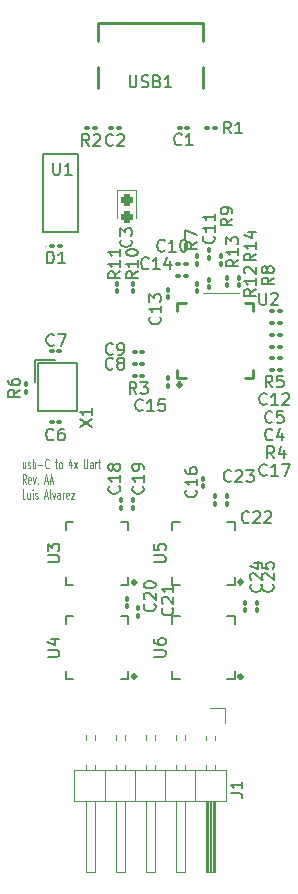
<source format=gto>
%TF.GenerationSoftware,KiCad,Pcbnew,8.0.8*%
%TF.CreationDate,2025-04-09T23:46:09+08:00*%
%TF.ProjectId,usb-4uart,7573622d-3475-4617-9274-2e6b69636164,rev?*%
%TF.SameCoordinates,Original*%
%TF.FileFunction,Legend,Top*%
%TF.FilePolarity,Positive*%
%FSLAX46Y46*%
G04 Gerber Fmt 4.6, Leading zero omitted, Abs format (unit mm)*
G04 Created by KiCad (PCBNEW 8.0.8) date 2025-04-09 23:46:09*
%MOMM*%
%LPD*%
G01*
G04 APERTURE LIST*
G04 Aperture macros list*
%AMRoundRect*
0 Rectangle with rounded corners*
0 $1 Rounding radius*
0 $2 $3 $4 $5 $6 $7 $8 $9 X,Y pos of 4 corners*
0 Add a 4 corners polygon primitive as box body*
4,1,4,$2,$3,$4,$5,$6,$7,$8,$9,$2,$3,0*
0 Add four circle primitives for the rounded corners*
1,1,$1+$1,$2,$3*
1,1,$1+$1,$4,$5*
1,1,$1+$1,$6,$7*
1,1,$1+$1,$8,$9*
0 Add four rect primitives between the rounded corners*
20,1,$1+$1,$2,$3,$4,$5,0*
20,1,$1+$1,$4,$5,$6,$7,0*
20,1,$1+$1,$6,$7,$8,$9,0*
20,1,$1+$1,$8,$9,$2,$3,0*%
G04 Aperture macros list end*
%ADD10C,0.100000*%
%ADD11C,0.150000*%
%ADD12C,0.254000*%
%ADD13C,0.300000*%
%ADD14C,0.200000*%
%ADD15C,0.120000*%
%ADD16C,0.152500*%
%ADD17RoundRect,0.100000X0.130000X0.100000X-0.130000X0.100000X-0.130000X-0.100000X0.130000X-0.100000X0*%
%ADD18RoundRect,0.100000X-0.130000X-0.100000X0.130000X-0.100000X0.130000X0.100000X-0.130000X0.100000X0*%
%ADD19RoundRect,0.100000X0.100000X-0.130000X0.100000X0.130000X-0.100000X0.130000X-0.100000X-0.130000X0*%
%ADD20O,0.280000X1.100000*%
%ADD21O,1.100000X0.280000*%
%ADD22R,4.100000X4.100000*%
%ADD23RoundRect,0.100000X-0.100000X0.130000X-0.100000X-0.130000X0.100000X-0.130000X0.100000X0.130000X0*%
%ADD24O,0.900000X0.280000*%
%ADD25O,0.280000X0.900000*%
%ADD26R,3.200000X3.200000*%
%ADD27O,1.000000X2.100000*%
%ADD28O,1.000000X1.800000*%
%ADD29R,0.600000X1.150000*%
%ADD30R,0.300000X1.150000*%
%ADD31R,1.700000X1.700000*%
%ADD32O,1.700000X1.700000*%
%ADD33RoundRect,0.250000X-0.275000X0.287500X-0.275000X-0.287500X0.275000X-0.287500X0.275000X0.287500X0*%
%ADD34R,1.200000X1.400000*%
%ADD35R,2.500000X1.100000*%
%ADD36R,2.340000X3.600000*%
G04 APERTURE END LIST*
D10*
X40000000Y-40500000D02*
X37000000Y-40500000D01*
X21899122Y-54787651D02*
X21899122Y-55320985D01*
X21684836Y-54787651D02*
X21684836Y-55206699D01*
X21684836Y-55206699D02*
X21708646Y-55282890D01*
X21708646Y-55282890D02*
X21756265Y-55320985D01*
X21756265Y-55320985D02*
X21827693Y-55320985D01*
X21827693Y-55320985D02*
X21875312Y-55282890D01*
X21875312Y-55282890D02*
X21899122Y-55244794D01*
X22113408Y-55282890D02*
X22161027Y-55320985D01*
X22161027Y-55320985D02*
X22256265Y-55320985D01*
X22256265Y-55320985D02*
X22303884Y-55282890D01*
X22303884Y-55282890D02*
X22327693Y-55206699D01*
X22327693Y-55206699D02*
X22327693Y-55168604D01*
X22327693Y-55168604D02*
X22303884Y-55092413D01*
X22303884Y-55092413D02*
X22256265Y-55054318D01*
X22256265Y-55054318D02*
X22184836Y-55054318D01*
X22184836Y-55054318D02*
X22137217Y-55016223D01*
X22137217Y-55016223D02*
X22113408Y-54940032D01*
X22113408Y-54940032D02*
X22113408Y-54901937D01*
X22113408Y-54901937D02*
X22137217Y-54825747D01*
X22137217Y-54825747D02*
X22184836Y-54787651D01*
X22184836Y-54787651D02*
X22256265Y-54787651D01*
X22256265Y-54787651D02*
X22303884Y-54825747D01*
X22541979Y-55320985D02*
X22541979Y-54520985D01*
X22541979Y-54825747D02*
X22589598Y-54787651D01*
X22589598Y-54787651D02*
X22684836Y-54787651D01*
X22684836Y-54787651D02*
X22732455Y-54825747D01*
X22732455Y-54825747D02*
X22756265Y-54863842D01*
X22756265Y-54863842D02*
X22780074Y-54940032D01*
X22780074Y-54940032D02*
X22780074Y-55168604D01*
X22780074Y-55168604D02*
X22756265Y-55244794D01*
X22756265Y-55244794D02*
X22732455Y-55282890D01*
X22732455Y-55282890D02*
X22684836Y-55320985D01*
X22684836Y-55320985D02*
X22589598Y-55320985D01*
X22589598Y-55320985D02*
X22541979Y-55282890D01*
X22994360Y-55016223D02*
X23375313Y-55016223D01*
X23899122Y-55244794D02*
X23875313Y-55282890D01*
X23875313Y-55282890D02*
X23803884Y-55320985D01*
X23803884Y-55320985D02*
X23756265Y-55320985D01*
X23756265Y-55320985D02*
X23684837Y-55282890D01*
X23684837Y-55282890D02*
X23637218Y-55206699D01*
X23637218Y-55206699D02*
X23613408Y-55130509D01*
X23613408Y-55130509D02*
X23589599Y-54978128D01*
X23589599Y-54978128D02*
X23589599Y-54863842D01*
X23589599Y-54863842D02*
X23613408Y-54711461D01*
X23613408Y-54711461D02*
X23637218Y-54635270D01*
X23637218Y-54635270D02*
X23684837Y-54559080D01*
X23684837Y-54559080D02*
X23756265Y-54520985D01*
X23756265Y-54520985D02*
X23803884Y-54520985D01*
X23803884Y-54520985D02*
X23875313Y-54559080D01*
X23875313Y-54559080D02*
X23899122Y-54597175D01*
X24422932Y-54787651D02*
X24613408Y-54787651D01*
X24494360Y-54520985D02*
X24494360Y-55206699D01*
X24494360Y-55206699D02*
X24518170Y-55282890D01*
X24518170Y-55282890D02*
X24565789Y-55320985D01*
X24565789Y-55320985D02*
X24613408Y-55320985D01*
X24851503Y-55320985D02*
X24803884Y-55282890D01*
X24803884Y-55282890D02*
X24780074Y-55244794D01*
X24780074Y-55244794D02*
X24756265Y-55168604D01*
X24756265Y-55168604D02*
X24756265Y-54940032D01*
X24756265Y-54940032D02*
X24780074Y-54863842D01*
X24780074Y-54863842D02*
X24803884Y-54825747D01*
X24803884Y-54825747D02*
X24851503Y-54787651D01*
X24851503Y-54787651D02*
X24922931Y-54787651D01*
X24922931Y-54787651D02*
X24970550Y-54825747D01*
X24970550Y-54825747D02*
X24994360Y-54863842D01*
X24994360Y-54863842D02*
X25018169Y-54940032D01*
X25018169Y-54940032D02*
X25018169Y-55168604D01*
X25018169Y-55168604D02*
X24994360Y-55244794D01*
X24994360Y-55244794D02*
X24970550Y-55282890D01*
X24970550Y-55282890D02*
X24922931Y-55320985D01*
X24922931Y-55320985D02*
X24851503Y-55320985D01*
X25827693Y-54787651D02*
X25827693Y-55320985D01*
X25708645Y-54482890D02*
X25589598Y-55054318D01*
X25589598Y-55054318D02*
X25899121Y-55054318D01*
X26041978Y-55320985D02*
X26303883Y-54787651D01*
X26041978Y-54787651D02*
X26303883Y-55320985D01*
X26875311Y-54520985D02*
X26875311Y-55168604D01*
X26875311Y-55168604D02*
X26899121Y-55244794D01*
X26899121Y-55244794D02*
X26922930Y-55282890D01*
X26922930Y-55282890D02*
X26970549Y-55320985D01*
X26970549Y-55320985D02*
X27065787Y-55320985D01*
X27065787Y-55320985D02*
X27113406Y-55282890D01*
X27113406Y-55282890D02*
X27137216Y-55244794D01*
X27137216Y-55244794D02*
X27161025Y-55168604D01*
X27161025Y-55168604D02*
X27161025Y-54520985D01*
X27613407Y-55320985D02*
X27613407Y-54901937D01*
X27613407Y-54901937D02*
X27589597Y-54825747D01*
X27589597Y-54825747D02*
X27541978Y-54787651D01*
X27541978Y-54787651D02*
X27446740Y-54787651D01*
X27446740Y-54787651D02*
X27399121Y-54825747D01*
X27613407Y-55282890D02*
X27565788Y-55320985D01*
X27565788Y-55320985D02*
X27446740Y-55320985D01*
X27446740Y-55320985D02*
X27399121Y-55282890D01*
X27399121Y-55282890D02*
X27375312Y-55206699D01*
X27375312Y-55206699D02*
X27375312Y-55130509D01*
X27375312Y-55130509D02*
X27399121Y-55054318D01*
X27399121Y-55054318D02*
X27446740Y-55016223D01*
X27446740Y-55016223D02*
X27565788Y-55016223D01*
X27565788Y-55016223D02*
X27613407Y-54978128D01*
X27851502Y-55320985D02*
X27851502Y-54787651D01*
X27851502Y-54940032D02*
X27875312Y-54863842D01*
X27875312Y-54863842D02*
X27899121Y-54825747D01*
X27899121Y-54825747D02*
X27946740Y-54787651D01*
X27946740Y-54787651D02*
X27994359Y-54787651D01*
X28089598Y-54787651D02*
X28280074Y-54787651D01*
X28161026Y-54520985D02*
X28161026Y-55206699D01*
X28161026Y-55206699D02*
X28184836Y-55282890D01*
X28184836Y-55282890D02*
X28232455Y-55320985D01*
X28232455Y-55320985D02*
X28280074Y-55320985D01*
X21970550Y-56608940D02*
X21803884Y-56227987D01*
X21684836Y-56608940D02*
X21684836Y-55808940D01*
X21684836Y-55808940D02*
X21875312Y-55808940D01*
X21875312Y-55808940D02*
X21922931Y-55847035D01*
X21922931Y-55847035D02*
X21946741Y-55885130D01*
X21946741Y-55885130D02*
X21970550Y-55961321D01*
X21970550Y-55961321D02*
X21970550Y-56075606D01*
X21970550Y-56075606D02*
X21946741Y-56151797D01*
X21946741Y-56151797D02*
X21922931Y-56189892D01*
X21922931Y-56189892D02*
X21875312Y-56227987D01*
X21875312Y-56227987D02*
X21684836Y-56227987D01*
X22375312Y-56570845D02*
X22327693Y-56608940D01*
X22327693Y-56608940D02*
X22232455Y-56608940D01*
X22232455Y-56608940D02*
X22184836Y-56570845D01*
X22184836Y-56570845D02*
X22161027Y-56494654D01*
X22161027Y-56494654D02*
X22161027Y-56189892D01*
X22161027Y-56189892D02*
X22184836Y-56113702D01*
X22184836Y-56113702D02*
X22232455Y-56075606D01*
X22232455Y-56075606D02*
X22327693Y-56075606D01*
X22327693Y-56075606D02*
X22375312Y-56113702D01*
X22375312Y-56113702D02*
X22399122Y-56189892D01*
X22399122Y-56189892D02*
X22399122Y-56266083D01*
X22399122Y-56266083D02*
X22161027Y-56342273D01*
X22565788Y-56075606D02*
X22684836Y-56608940D01*
X22684836Y-56608940D02*
X22803883Y-56075606D01*
X22994359Y-56532749D02*
X23018169Y-56570845D01*
X23018169Y-56570845D02*
X22994359Y-56608940D01*
X22994359Y-56608940D02*
X22970550Y-56570845D01*
X22970550Y-56570845D02*
X22994359Y-56532749D01*
X22994359Y-56532749D02*
X22994359Y-56608940D01*
X23589597Y-56380368D02*
X23827692Y-56380368D01*
X23541978Y-56608940D02*
X23708644Y-55808940D01*
X23708644Y-55808940D02*
X23875311Y-56608940D01*
X24018168Y-56380368D02*
X24256263Y-56380368D01*
X23970549Y-56608940D02*
X24137215Y-55808940D01*
X24137215Y-55808940D02*
X24303882Y-56608940D01*
X21922931Y-57896895D02*
X21684836Y-57896895D01*
X21684836Y-57896895D02*
X21684836Y-57096895D01*
X22303884Y-57363561D02*
X22303884Y-57896895D01*
X22089598Y-57363561D02*
X22089598Y-57782609D01*
X22089598Y-57782609D02*
X22113408Y-57858800D01*
X22113408Y-57858800D02*
X22161027Y-57896895D01*
X22161027Y-57896895D02*
X22232455Y-57896895D01*
X22232455Y-57896895D02*
X22280074Y-57858800D01*
X22280074Y-57858800D02*
X22303884Y-57820704D01*
X22541979Y-57896895D02*
X22541979Y-57363561D01*
X22541979Y-57096895D02*
X22518170Y-57134990D01*
X22518170Y-57134990D02*
X22541979Y-57173085D01*
X22541979Y-57173085D02*
X22565789Y-57134990D01*
X22565789Y-57134990D02*
X22541979Y-57096895D01*
X22541979Y-57096895D02*
X22541979Y-57173085D01*
X22756265Y-57858800D02*
X22803884Y-57896895D01*
X22803884Y-57896895D02*
X22899122Y-57896895D01*
X22899122Y-57896895D02*
X22946741Y-57858800D01*
X22946741Y-57858800D02*
X22970550Y-57782609D01*
X22970550Y-57782609D02*
X22970550Y-57744514D01*
X22970550Y-57744514D02*
X22946741Y-57668323D01*
X22946741Y-57668323D02*
X22899122Y-57630228D01*
X22899122Y-57630228D02*
X22827693Y-57630228D01*
X22827693Y-57630228D02*
X22780074Y-57592133D01*
X22780074Y-57592133D02*
X22756265Y-57515942D01*
X22756265Y-57515942D02*
X22756265Y-57477847D01*
X22756265Y-57477847D02*
X22780074Y-57401657D01*
X22780074Y-57401657D02*
X22827693Y-57363561D01*
X22827693Y-57363561D02*
X22899122Y-57363561D01*
X22899122Y-57363561D02*
X22946741Y-57401657D01*
X23541979Y-57668323D02*
X23780074Y-57668323D01*
X23494360Y-57896895D02*
X23661026Y-57096895D01*
X23661026Y-57096895D02*
X23827693Y-57896895D01*
X24065788Y-57896895D02*
X24018169Y-57858800D01*
X24018169Y-57858800D02*
X23994359Y-57782609D01*
X23994359Y-57782609D02*
X23994359Y-57096895D01*
X24208645Y-57363561D02*
X24327693Y-57896895D01*
X24327693Y-57896895D02*
X24446740Y-57363561D01*
X24851502Y-57896895D02*
X24851502Y-57477847D01*
X24851502Y-57477847D02*
X24827692Y-57401657D01*
X24827692Y-57401657D02*
X24780073Y-57363561D01*
X24780073Y-57363561D02*
X24684835Y-57363561D01*
X24684835Y-57363561D02*
X24637216Y-57401657D01*
X24851502Y-57858800D02*
X24803883Y-57896895D01*
X24803883Y-57896895D02*
X24684835Y-57896895D01*
X24684835Y-57896895D02*
X24637216Y-57858800D01*
X24637216Y-57858800D02*
X24613407Y-57782609D01*
X24613407Y-57782609D02*
X24613407Y-57706419D01*
X24613407Y-57706419D02*
X24637216Y-57630228D01*
X24637216Y-57630228D02*
X24684835Y-57592133D01*
X24684835Y-57592133D02*
X24803883Y-57592133D01*
X24803883Y-57592133D02*
X24851502Y-57554038D01*
X25089597Y-57896895D02*
X25089597Y-57363561D01*
X25089597Y-57515942D02*
X25113407Y-57439752D01*
X25113407Y-57439752D02*
X25137216Y-57401657D01*
X25137216Y-57401657D02*
X25184835Y-57363561D01*
X25184835Y-57363561D02*
X25232454Y-57363561D01*
X25589597Y-57858800D02*
X25541978Y-57896895D01*
X25541978Y-57896895D02*
X25446740Y-57896895D01*
X25446740Y-57896895D02*
X25399121Y-57858800D01*
X25399121Y-57858800D02*
X25375312Y-57782609D01*
X25375312Y-57782609D02*
X25375312Y-57477847D01*
X25375312Y-57477847D02*
X25399121Y-57401657D01*
X25399121Y-57401657D02*
X25446740Y-57363561D01*
X25446740Y-57363561D02*
X25541978Y-57363561D01*
X25541978Y-57363561D02*
X25589597Y-57401657D01*
X25589597Y-57401657D02*
X25613407Y-57477847D01*
X25613407Y-57477847D02*
X25613407Y-57554038D01*
X25613407Y-57554038D02*
X25375312Y-57630228D01*
X25780073Y-57363561D02*
X26041978Y-57363561D01*
X26041978Y-57363561D02*
X25780073Y-57896895D01*
X25780073Y-57896895D02*
X26041978Y-57896895D01*
D11*
X29333333Y-46859580D02*
X29285714Y-46907200D01*
X29285714Y-46907200D02*
X29142857Y-46954819D01*
X29142857Y-46954819D02*
X29047619Y-46954819D01*
X29047619Y-46954819D02*
X28904762Y-46907200D01*
X28904762Y-46907200D02*
X28809524Y-46811961D01*
X28809524Y-46811961D02*
X28761905Y-46716723D01*
X28761905Y-46716723D02*
X28714286Y-46526247D01*
X28714286Y-46526247D02*
X28714286Y-46383390D01*
X28714286Y-46383390D02*
X28761905Y-46192914D01*
X28761905Y-46192914D02*
X28809524Y-46097676D01*
X28809524Y-46097676D02*
X28904762Y-46002438D01*
X28904762Y-46002438D02*
X29047619Y-45954819D01*
X29047619Y-45954819D02*
X29142857Y-45954819D01*
X29142857Y-45954819D02*
X29285714Y-46002438D01*
X29285714Y-46002438D02*
X29333333Y-46050057D01*
X29904762Y-46383390D02*
X29809524Y-46335771D01*
X29809524Y-46335771D02*
X29761905Y-46288152D01*
X29761905Y-46288152D02*
X29714286Y-46192914D01*
X29714286Y-46192914D02*
X29714286Y-46145295D01*
X29714286Y-46145295D02*
X29761905Y-46050057D01*
X29761905Y-46050057D02*
X29809524Y-46002438D01*
X29809524Y-46002438D02*
X29904762Y-45954819D01*
X29904762Y-45954819D02*
X30095238Y-45954819D01*
X30095238Y-45954819D02*
X30190476Y-46002438D01*
X30190476Y-46002438D02*
X30238095Y-46050057D01*
X30238095Y-46050057D02*
X30285714Y-46145295D01*
X30285714Y-46145295D02*
X30285714Y-46192914D01*
X30285714Y-46192914D02*
X30238095Y-46288152D01*
X30238095Y-46288152D02*
X30190476Y-46335771D01*
X30190476Y-46335771D02*
X30095238Y-46383390D01*
X30095238Y-46383390D02*
X29904762Y-46383390D01*
X29904762Y-46383390D02*
X29809524Y-46431009D01*
X29809524Y-46431009D02*
X29761905Y-46478628D01*
X29761905Y-46478628D02*
X29714286Y-46573866D01*
X29714286Y-46573866D02*
X29714286Y-46764342D01*
X29714286Y-46764342D02*
X29761905Y-46859580D01*
X29761905Y-46859580D02*
X29809524Y-46907200D01*
X29809524Y-46907200D02*
X29904762Y-46954819D01*
X29904762Y-46954819D02*
X30095238Y-46954819D01*
X30095238Y-46954819D02*
X30190476Y-46907200D01*
X30190476Y-46907200D02*
X30238095Y-46859580D01*
X30238095Y-46859580D02*
X30285714Y-46764342D01*
X30285714Y-46764342D02*
X30285714Y-46573866D01*
X30285714Y-46573866D02*
X30238095Y-46478628D01*
X30238095Y-46478628D02*
X30190476Y-46431009D01*
X30190476Y-46431009D02*
X30095238Y-46383390D01*
X27333333Y-28004819D02*
X27000000Y-27528628D01*
X26761905Y-28004819D02*
X26761905Y-27004819D01*
X26761905Y-27004819D02*
X27142857Y-27004819D01*
X27142857Y-27004819D02*
X27238095Y-27052438D01*
X27238095Y-27052438D02*
X27285714Y-27100057D01*
X27285714Y-27100057D02*
X27333333Y-27195295D01*
X27333333Y-27195295D02*
X27333333Y-27338152D01*
X27333333Y-27338152D02*
X27285714Y-27433390D01*
X27285714Y-27433390D02*
X27238095Y-27481009D01*
X27238095Y-27481009D02*
X27142857Y-27528628D01*
X27142857Y-27528628D02*
X26761905Y-27528628D01*
X27714286Y-27100057D02*
X27761905Y-27052438D01*
X27761905Y-27052438D02*
X27857143Y-27004819D01*
X27857143Y-27004819D02*
X28095238Y-27004819D01*
X28095238Y-27004819D02*
X28190476Y-27052438D01*
X28190476Y-27052438D02*
X28238095Y-27100057D01*
X28238095Y-27100057D02*
X28285714Y-27195295D01*
X28285714Y-27195295D02*
X28285714Y-27290533D01*
X28285714Y-27290533D02*
X28238095Y-27433390D01*
X28238095Y-27433390D02*
X27666667Y-28004819D01*
X27666667Y-28004819D02*
X28285714Y-28004819D01*
X42833333Y-52859580D02*
X42785714Y-52907200D01*
X42785714Y-52907200D02*
X42642857Y-52954819D01*
X42642857Y-52954819D02*
X42547619Y-52954819D01*
X42547619Y-52954819D02*
X42404762Y-52907200D01*
X42404762Y-52907200D02*
X42309524Y-52811961D01*
X42309524Y-52811961D02*
X42261905Y-52716723D01*
X42261905Y-52716723D02*
X42214286Y-52526247D01*
X42214286Y-52526247D02*
X42214286Y-52383390D01*
X42214286Y-52383390D02*
X42261905Y-52192914D01*
X42261905Y-52192914D02*
X42309524Y-52097676D01*
X42309524Y-52097676D02*
X42404762Y-52002438D01*
X42404762Y-52002438D02*
X42547619Y-51954819D01*
X42547619Y-51954819D02*
X42642857Y-51954819D01*
X42642857Y-51954819D02*
X42785714Y-52002438D01*
X42785714Y-52002438D02*
X42833333Y-52050057D01*
X43690476Y-52288152D02*
X43690476Y-52954819D01*
X43452381Y-51907200D02*
X43214286Y-52621485D01*
X43214286Y-52621485D02*
X43833333Y-52621485D01*
X31859580Y-56832857D02*
X31907200Y-56880476D01*
X31907200Y-56880476D02*
X31954819Y-57023333D01*
X31954819Y-57023333D02*
X31954819Y-57118571D01*
X31954819Y-57118571D02*
X31907200Y-57261428D01*
X31907200Y-57261428D02*
X31811961Y-57356666D01*
X31811961Y-57356666D02*
X31716723Y-57404285D01*
X31716723Y-57404285D02*
X31526247Y-57451904D01*
X31526247Y-57451904D02*
X31383390Y-57451904D01*
X31383390Y-57451904D02*
X31192914Y-57404285D01*
X31192914Y-57404285D02*
X31097676Y-57356666D01*
X31097676Y-57356666D02*
X31002438Y-57261428D01*
X31002438Y-57261428D02*
X30954819Y-57118571D01*
X30954819Y-57118571D02*
X30954819Y-57023333D01*
X30954819Y-57023333D02*
X31002438Y-56880476D01*
X31002438Y-56880476D02*
X31050057Y-56832857D01*
X31954819Y-55880476D02*
X31954819Y-56451904D01*
X31954819Y-56166190D02*
X30954819Y-56166190D01*
X30954819Y-56166190D02*
X31097676Y-56261428D01*
X31097676Y-56261428D02*
X31192914Y-56356666D01*
X31192914Y-56356666D02*
X31240533Y-56451904D01*
X31954819Y-55404285D02*
X31954819Y-55213809D01*
X31954819Y-55213809D02*
X31907200Y-55118571D01*
X31907200Y-55118571D02*
X31859580Y-55070952D01*
X31859580Y-55070952D02*
X31716723Y-54975714D01*
X31716723Y-54975714D02*
X31526247Y-54928095D01*
X31526247Y-54928095D02*
X31145295Y-54928095D01*
X31145295Y-54928095D02*
X31050057Y-54975714D01*
X31050057Y-54975714D02*
X31002438Y-55023333D01*
X31002438Y-55023333D02*
X30954819Y-55118571D01*
X30954819Y-55118571D02*
X30954819Y-55309047D01*
X30954819Y-55309047D02*
X31002438Y-55404285D01*
X31002438Y-55404285D02*
X31050057Y-55451904D01*
X31050057Y-55451904D02*
X31145295Y-55499523D01*
X31145295Y-55499523D02*
X31383390Y-55499523D01*
X31383390Y-55499523D02*
X31478628Y-55451904D01*
X31478628Y-55451904D02*
X31526247Y-55404285D01*
X31526247Y-55404285D02*
X31573866Y-55309047D01*
X31573866Y-55309047D02*
X31573866Y-55118571D01*
X31573866Y-55118571D02*
X31526247Y-55023333D01*
X31526247Y-55023333D02*
X31478628Y-54975714D01*
X31478628Y-54975714D02*
X31383390Y-54928095D01*
X34359580Y-67142857D02*
X34407200Y-67190476D01*
X34407200Y-67190476D02*
X34454819Y-67333333D01*
X34454819Y-67333333D02*
X34454819Y-67428571D01*
X34454819Y-67428571D02*
X34407200Y-67571428D01*
X34407200Y-67571428D02*
X34311961Y-67666666D01*
X34311961Y-67666666D02*
X34216723Y-67714285D01*
X34216723Y-67714285D02*
X34026247Y-67761904D01*
X34026247Y-67761904D02*
X33883390Y-67761904D01*
X33883390Y-67761904D02*
X33692914Y-67714285D01*
X33692914Y-67714285D02*
X33597676Y-67666666D01*
X33597676Y-67666666D02*
X33502438Y-67571428D01*
X33502438Y-67571428D02*
X33454819Y-67428571D01*
X33454819Y-67428571D02*
X33454819Y-67333333D01*
X33454819Y-67333333D02*
X33502438Y-67190476D01*
X33502438Y-67190476D02*
X33550057Y-67142857D01*
X33550057Y-66761904D02*
X33502438Y-66714285D01*
X33502438Y-66714285D02*
X33454819Y-66619047D01*
X33454819Y-66619047D02*
X33454819Y-66380952D01*
X33454819Y-66380952D02*
X33502438Y-66285714D01*
X33502438Y-66285714D02*
X33550057Y-66238095D01*
X33550057Y-66238095D02*
X33645295Y-66190476D01*
X33645295Y-66190476D02*
X33740533Y-66190476D01*
X33740533Y-66190476D02*
X33883390Y-66238095D01*
X33883390Y-66238095D02*
X34454819Y-66809523D01*
X34454819Y-66809523D02*
X34454819Y-66190476D01*
X34454819Y-65238095D02*
X34454819Y-65809523D01*
X34454819Y-65523809D02*
X33454819Y-65523809D01*
X33454819Y-65523809D02*
X33597676Y-65619047D01*
X33597676Y-65619047D02*
X33692914Y-65714285D01*
X33692914Y-65714285D02*
X33740533Y-65809523D01*
X42988333Y-54454819D02*
X42655000Y-53978628D01*
X42416905Y-54454819D02*
X42416905Y-53454819D01*
X42416905Y-53454819D02*
X42797857Y-53454819D01*
X42797857Y-53454819D02*
X42893095Y-53502438D01*
X42893095Y-53502438D02*
X42940714Y-53550057D01*
X42940714Y-53550057D02*
X42988333Y-53645295D01*
X42988333Y-53645295D02*
X42988333Y-53788152D01*
X42988333Y-53788152D02*
X42940714Y-53883390D01*
X42940714Y-53883390D02*
X42893095Y-53931009D01*
X42893095Y-53931009D02*
X42797857Y-53978628D01*
X42797857Y-53978628D02*
X42416905Y-53978628D01*
X43845476Y-53788152D02*
X43845476Y-54454819D01*
X43607381Y-53407200D02*
X43369286Y-54121485D01*
X43369286Y-54121485D02*
X43988333Y-54121485D01*
X23761905Y-37954819D02*
X23761905Y-36954819D01*
X23761905Y-36954819D02*
X24000000Y-36954819D01*
X24000000Y-36954819D02*
X24142857Y-37002438D01*
X24142857Y-37002438D02*
X24238095Y-37097676D01*
X24238095Y-37097676D02*
X24285714Y-37192914D01*
X24285714Y-37192914D02*
X24333333Y-37383390D01*
X24333333Y-37383390D02*
X24333333Y-37526247D01*
X24333333Y-37526247D02*
X24285714Y-37716723D01*
X24285714Y-37716723D02*
X24238095Y-37811961D01*
X24238095Y-37811961D02*
X24142857Y-37907200D01*
X24142857Y-37907200D02*
X24000000Y-37954819D01*
X24000000Y-37954819D02*
X23761905Y-37954819D01*
X25285714Y-37954819D02*
X24714286Y-37954819D01*
X25000000Y-37954819D02*
X25000000Y-36954819D01*
X25000000Y-36954819D02*
X24904762Y-37097676D01*
X24904762Y-37097676D02*
X24809524Y-37192914D01*
X24809524Y-37192914D02*
X24714286Y-37240533D01*
X41454819Y-40142857D02*
X40978628Y-40476190D01*
X41454819Y-40714285D02*
X40454819Y-40714285D01*
X40454819Y-40714285D02*
X40454819Y-40333333D01*
X40454819Y-40333333D02*
X40502438Y-40238095D01*
X40502438Y-40238095D02*
X40550057Y-40190476D01*
X40550057Y-40190476D02*
X40645295Y-40142857D01*
X40645295Y-40142857D02*
X40788152Y-40142857D01*
X40788152Y-40142857D02*
X40883390Y-40190476D01*
X40883390Y-40190476D02*
X40931009Y-40238095D01*
X40931009Y-40238095D02*
X40978628Y-40333333D01*
X40978628Y-40333333D02*
X40978628Y-40714285D01*
X41454819Y-39190476D02*
X41454819Y-39761904D01*
X41454819Y-39476190D02*
X40454819Y-39476190D01*
X40454819Y-39476190D02*
X40597676Y-39571428D01*
X40597676Y-39571428D02*
X40692914Y-39666666D01*
X40692914Y-39666666D02*
X40740533Y-39761904D01*
X40550057Y-38809523D02*
X40502438Y-38761904D01*
X40502438Y-38761904D02*
X40454819Y-38666666D01*
X40454819Y-38666666D02*
X40454819Y-38428571D01*
X40454819Y-38428571D02*
X40502438Y-38333333D01*
X40502438Y-38333333D02*
X40550057Y-38285714D01*
X40550057Y-38285714D02*
X40645295Y-38238095D01*
X40645295Y-38238095D02*
X40740533Y-38238095D01*
X40740533Y-38238095D02*
X40883390Y-38285714D01*
X40883390Y-38285714D02*
X41454819Y-38857142D01*
X41454819Y-38857142D02*
X41454819Y-38238095D01*
X39333333Y-26954819D02*
X39000000Y-26478628D01*
X38761905Y-26954819D02*
X38761905Y-25954819D01*
X38761905Y-25954819D02*
X39142857Y-25954819D01*
X39142857Y-25954819D02*
X39238095Y-26002438D01*
X39238095Y-26002438D02*
X39285714Y-26050057D01*
X39285714Y-26050057D02*
X39333333Y-26145295D01*
X39333333Y-26145295D02*
X39333333Y-26288152D01*
X39333333Y-26288152D02*
X39285714Y-26383390D01*
X39285714Y-26383390D02*
X39238095Y-26431009D01*
X39238095Y-26431009D02*
X39142857Y-26478628D01*
X39142857Y-26478628D02*
X38761905Y-26478628D01*
X40285714Y-26954819D02*
X39714286Y-26954819D01*
X40000000Y-26954819D02*
X40000000Y-25954819D01*
X40000000Y-25954819D02*
X39904762Y-26097676D01*
X39904762Y-26097676D02*
X39809524Y-26192914D01*
X39809524Y-26192914D02*
X39714286Y-26240533D01*
X41738095Y-40454819D02*
X41738095Y-41264342D01*
X41738095Y-41264342D02*
X41785714Y-41359580D01*
X41785714Y-41359580D02*
X41833333Y-41407200D01*
X41833333Y-41407200D02*
X41928571Y-41454819D01*
X41928571Y-41454819D02*
X42119047Y-41454819D01*
X42119047Y-41454819D02*
X42214285Y-41407200D01*
X42214285Y-41407200D02*
X42261904Y-41359580D01*
X42261904Y-41359580D02*
X42309523Y-41264342D01*
X42309523Y-41264342D02*
X42309523Y-40454819D01*
X42738095Y-40550057D02*
X42785714Y-40502438D01*
X42785714Y-40502438D02*
X42880952Y-40454819D01*
X42880952Y-40454819D02*
X43119047Y-40454819D01*
X43119047Y-40454819D02*
X43214285Y-40502438D01*
X43214285Y-40502438D02*
X43261904Y-40550057D01*
X43261904Y-40550057D02*
X43309523Y-40645295D01*
X43309523Y-40645295D02*
X43309523Y-40740533D01*
X43309523Y-40740533D02*
X43261904Y-40883390D01*
X43261904Y-40883390D02*
X42690476Y-41454819D01*
X42690476Y-41454819D02*
X43309523Y-41454819D01*
X21454819Y-48666666D02*
X20978628Y-48999999D01*
X21454819Y-49238094D02*
X20454819Y-49238094D01*
X20454819Y-49238094D02*
X20454819Y-48857142D01*
X20454819Y-48857142D02*
X20502438Y-48761904D01*
X20502438Y-48761904D02*
X20550057Y-48714285D01*
X20550057Y-48714285D02*
X20645295Y-48666666D01*
X20645295Y-48666666D02*
X20788152Y-48666666D01*
X20788152Y-48666666D02*
X20883390Y-48714285D01*
X20883390Y-48714285D02*
X20931009Y-48761904D01*
X20931009Y-48761904D02*
X20978628Y-48857142D01*
X20978628Y-48857142D02*
X20978628Y-49238094D01*
X20454819Y-47809523D02*
X20454819Y-47999999D01*
X20454819Y-47999999D02*
X20502438Y-48095237D01*
X20502438Y-48095237D02*
X20550057Y-48142856D01*
X20550057Y-48142856D02*
X20692914Y-48238094D01*
X20692914Y-48238094D02*
X20883390Y-48285713D01*
X20883390Y-48285713D02*
X21264342Y-48285713D01*
X21264342Y-48285713D02*
X21359580Y-48238094D01*
X21359580Y-48238094D02*
X21407200Y-48190475D01*
X21407200Y-48190475D02*
X21454819Y-48095237D01*
X21454819Y-48095237D02*
X21454819Y-47904761D01*
X21454819Y-47904761D02*
X21407200Y-47809523D01*
X21407200Y-47809523D02*
X21359580Y-47761904D01*
X21359580Y-47761904D02*
X21264342Y-47714285D01*
X21264342Y-47714285D02*
X21026247Y-47714285D01*
X21026247Y-47714285D02*
X20931009Y-47761904D01*
X20931009Y-47761904D02*
X20883390Y-47809523D01*
X20883390Y-47809523D02*
X20835771Y-47904761D01*
X20835771Y-47904761D02*
X20835771Y-48095237D01*
X20835771Y-48095237D02*
X20883390Y-48190475D01*
X20883390Y-48190475D02*
X20931009Y-48238094D01*
X20931009Y-48238094D02*
X21026247Y-48285713D01*
X39454819Y-34166666D02*
X38978628Y-34499999D01*
X39454819Y-34738094D02*
X38454819Y-34738094D01*
X38454819Y-34738094D02*
X38454819Y-34357142D01*
X38454819Y-34357142D02*
X38502438Y-34261904D01*
X38502438Y-34261904D02*
X38550057Y-34214285D01*
X38550057Y-34214285D02*
X38645295Y-34166666D01*
X38645295Y-34166666D02*
X38788152Y-34166666D01*
X38788152Y-34166666D02*
X38883390Y-34214285D01*
X38883390Y-34214285D02*
X38931009Y-34261904D01*
X38931009Y-34261904D02*
X38978628Y-34357142D01*
X38978628Y-34357142D02*
X38978628Y-34738094D01*
X39454819Y-33690475D02*
X39454819Y-33499999D01*
X39454819Y-33499999D02*
X39407200Y-33404761D01*
X39407200Y-33404761D02*
X39359580Y-33357142D01*
X39359580Y-33357142D02*
X39216723Y-33261904D01*
X39216723Y-33261904D02*
X39026247Y-33214285D01*
X39026247Y-33214285D02*
X38645295Y-33214285D01*
X38645295Y-33214285D02*
X38550057Y-33261904D01*
X38550057Y-33261904D02*
X38502438Y-33309523D01*
X38502438Y-33309523D02*
X38454819Y-33404761D01*
X38454819Y-33404761D02*
X38454819Y-33595237D01*
X38454819Y-33595237D02*
X38502438Y-33690475D01*
X38502438Y-33690475D02*
X38550057Y-33738094D01*
X38550057Y-33738094D02*
X38645295Y-33785713D01*
X38645295Y-33785713D02*
X38883390Y-33785713D01*
X38883390Y-33785713D02*
X38978628Y-33738094D01*
X38978628Y-33738094D02*
X39026247Y-33690475D01*
X39026247Y-33690475D02*
X39073866Y-33595237D01*
X39073866Y-33595237D02*
X39073866Y-33404761D01*
X39073866Y-33404761D02*
X39026247Y-33309523D01*
X39026247Y-33309523D02*
X38978628Y-33261904D01*
X38978628Y-33261904D02*
X38883390Y-33214285D01*
X39954819Y-37642857D02*
X39478628Y-37976190D01*
X39954819Y-38214285D02*
X38954819Y-38214285D01*
X38954819Y-38214285D02*
X38954819Y-37833333D01*
X38954819Y-37833333D02*
X39002438Y-37738095D01*
X39002438Y-37738095D02*
X39050057Y-37690476D01*
X39050057Y-37690476D02*
X39145295Y-37642857D01*
X39145295Y-37642857D02*
X39288152Y-37642857D01*
X39288152Y-37642857D02*
X39383390Y-37690476D01*
X39383390Y-37690476D02*
X39431009Y-37738095D01*
X39431009Y-37738095D02*
X39478628Y-37833333D01*
X39478628Y-37833333D02*
X39478628Y-38214285D01*
X39954819Y-36690476D02*
X39954819Y-37261904D01*
X39954819Y-36976190D02*
X38954819Y-36976190D01*
X38954819Y-36976190D02*
X39097676Y-37071428D01*
X39097676Y-37071428D02*
X39192914Y-37166666D01*
X39192914Y-37166666D02*
X39240533Y-37261904D01*
X38954819Y-36357142D02*
X38954819Y-35738095D01*
X38954819Y-35738095D02*
X39335771Y-36071428D01*
X39335771Y-36071428D02*
X39335771Y-35928571D01*
X39335771Y-35928571D02*
X39383390Y-35833333D01*
X39383390Y-35833333D02*
X39431009Y-35785714D01*
X39431009Y-35785714D02*
X39526247Y-35738095D01*
X39526247Y-35738095D02*
X39764342Y-35738095D01*
X39764342Y-35738095D02*
X39859580Y-35785714D01*
X39859580Y-35785714D02*
X39907200Y-35833333D01*
X39907200Y-35833333D02*
X39954819Y-35928571D01*
X39954819Y-35928571D02*
X39954819Y-36214285D01*
X39954819Y-36214285D02*
X39907200Y-36309523D01*
X39907200Y-36309523D02*
X39859580Y-36357142D01*
X33717142Y-36859580D02*
X33669523Y-36907200D01*
X33669523Y-36907200D02*
X33526666Y-36954819D01*
X33526666Y-36954819D02*
X33431428Y-36954819D01*
X33431428Y-36954819D02*
X33288571Y-36907200D01*
X33288571Y-36907200D02*
X33193333Y-36811961D01*
X33193333Y-36811961D02*
X33145714Y-36716723D01*
X33145714Y-36716723D02*
X33098095Y-36526247D01*
X33098095Y-36526247D02*
X33098095Y-36383390D01*
X33098095Y-36383390D02*
X33145714Y-36192914D01*
X33145714Y-36192914D02*
X33193333Y-36097676D01*
X33193333Y-36097676D02*
X33288571Y-36002438D01*
X33288571Y-36002438D02*
X33431428Y-35954819D01*
X33431428Y-35954819D02*
X33526666Y-35954819D01*
X33526666Y-35954819D02*
X33669523Y-36002438D01*
X33669523Y-36002438D02*
X33717142Y-36050057D01*
X34669523Y-36954819D02*
X34098095Y-36954819D01*
X34383809Y-36954819D02*
X34383809Y-35954819D01*
X34383809Y-35954819D02*
X34288571Y-36097676D01*
X34288571Y-36097676D02*
X34193333Y-36192914D01*
X34193333Y-36192914D02*
X34098095Y-36240533D01*
X35288571Y-35954819D02*
X35383809Y-35954819D01*
X35383809Y-35954819D02*
X35479047Y-36002438D01*
X35479047Y-36002438D02*
X35526666Y-36050057D01*
X35526666Y-36050057D02*
X35574285Y-36145295D01*
X35574285Y-36145295D02*
X35621904Y-36335771D01*
X35621904Y-36335771D02*
X35621904Y-36573866D01*
X35621904Y-36573866D02*
X35574285Y-36764342D01*
X35574285Y-36764342D02*
X35526666Y-36859580D01*
X35526666Y-36859580D02*
X35479047Y-36907200D01*
X35479047Y-36907200D02*
X35383809Y-36954819D01*
X35383809Y-36954819D02*
X35288571Y-36954819D01*
X35288571Y-36954819D02*
X35193333Y-36907200D01*
X35193333Y-36907200D02*
X35145714Y-36859580D01*
X35145714Y-36859580D02*
X35098095Y-36764342D01*
X35098095Y-36764342D02*
X35050476Y-36573866D01*
X35050476Y-36573866D02*
X35050476Y-36335771D01*
X35050476Y-36335771D02*
X35098095Y-36145295D01*
X35098095Y-36145295D02*
X35145714Y-36050057D01*
X35145714Y-36050057D02*
X35193333Y-36002438D01*
X35193333Y-36002438D02*
X35288571Y-35954819D01*
X32804819Y-71261904D02*
X33614342Y-71261904D01*
X33614342Y-71261904D02*
X33709580Y-71214285D01*
X33709580Y-71214285D02*
X33757200Y-71166666D01*
X33757200Y-71166666D02*
X33804819Y-71071428D01*
X33804819Y-71071428D02*
X33804819Y-70880952D01*
X33804819Y-70880952D02*
X33757200Y-70785714D01*
X33757200Y-70785714D02*
X33709580Y-70738095D01*
X33709580Y-70738095D02*
X33614342Y-70690476D01*
X33614342Y-70690476D02*
X32804819Y-70690476D01*
X32804819Y-69785714D02*
X32804819Y-69976190D01*
X32804819Y-69976190D02*
X32852438Y-70071428D01*
X32852438Y-70071428D02*
X32900057Y-70119047D01*
X32900057Y-70119047D02*
X33042914Y-70214285D01*
X33042914Y-70214285D02*
X33233390Y-70261904D01*
X33233390Y-70261904D02*
X33614342Y-70261904D01*
X33614342Y-70261904D02*
X33709580Y-70214285D01*
X33709580Y-70214285D02*
X33757200Y-70166666D01*
X33757200Y-70166666D02*
X33804819Y-70071428D01*
X33804819Y-70071428D02*
X33804819Y-69880952D01*
X33804819Y-69880952D02*
X33757200Y-69785714D01*
X33757200Y-69785714D02*
X33709580Y-69738095D01*
X33709580Y-69738095D02*
X33614342Y-69690476D01*
X33614342Y-69690476D02*
X33376247Y-69690476D01*
X33376247Y-69690476D02*
X33281009Y-69738095D01*
X33281009Y-69738095D02*
X33233390Y-69785714D01*
X33233390Y-69785714D02*
X33185771Y-69880952D01*
X33185771Y-69880952D02*
X33185771Y-70071428D01*
X33185771Y-70071428D02*
X33233390Y-70166666D01*
X33233390Y-70166666D02*
X33281009Y-70214285D01*
X33281009Y-70214285D02*
X33376247Y-70261904D01*
X32357142Y-38359580D02*
X32309523Y-38407200D01*
X32309523Y-38407200D02*
X32166666Y-38454819D01*
X32166666Y-38454819D02*
X32071428Y-38454819D01*
X32071428Y-38454819D02*
X31928571Y-38407200D01*
X31928571Y-38407200D02*
X31833333Y-38311961D01*
X31833333Y-38311961D02*
X31785714Y-38216723D01*
X31785714Y-38216723D02*
X31738095Y-38026247D01*
X31738095Y-38026247D02*
X31738095Y-37883390D01*
X31738095Y-37883390D02*
X31785714Y-37692914D01*
X31785714Y-37692914D02*
X31833333Y-37597676D01*
X31833333Y-37597676D02*
X31928571Y-37502438D01*
X31928571Y-37502438D02*
X32071428Y-37454819D01*
X32071428Y-37454819D02*
X32166666Y-37454819D01*
X32166666Y-37454819D02*
X32309523Y-37502438D01*
X32309523Y-37502438D02*
X32357142Y-37550057D01*
X33309523Y-38454819D02*
X32738095Y-38454819D01*
X33023809Y-38454819D02*
X33023809Y-37454819D01*
X33023809Y-37454819D02*
X32928571Y-37597676D01*
X32928571Y-37597676D02*
X32833333Y-37692914D01*
X32833333Y-37692914D02*
X32738095Y-37740533D01*
X34166666Y-37788152D02*
X34166666Y-38454819D01*
X33928571Y-37407200D02*
X33690476Y-38121485D01*
X33690476Y-38121485D02*
X34309523Y-38121485D01*
X30761905Y-22049519D02*
X30761905Y-22859042D01*
X30761905Y-22859042D02*
X30809524Y-22954280D01*
X30809524Y-22954280D02*
X30857143Y-23001900D01*
X30857143Y-23001900D02*
X30952381Y-23049519D01*
X30952381Y-23049519D02*
X31142857Y-23049519D01*
X31142857Y-23049519D02*
X31238095Y-23001900D01*
X31238095Y-23001900D02*
X31285714Y-22954280D01*
X31285714Y-22954280D02*
X31333333Y-22859042D01*
X31333333Y-22859042D02*
X31333333Y-22049519D01*
X31761905Y-23001900D02*
X31904762Y-23049519D01*
X31904762Y-23049519D02*
X32142857Y-23049519D01*
X32142857Y-23049519D02*
X32238095Y-23001900D01*
X32238095Y-23001900D02*
X32285714Y-22954280D01*
X32285714Y-22954280D02*
X32333333Y-22859042D01*
X32333333Y-22859042D02*
X32333333Y-22763804D01*
X32333333Y-22763804D02*
X32285714Y-22668566D01*
X32285714Y-22668566D02*
X32238095Y-22620947D01*
X32238095Y-22620947D02*
X32142857Y-22573328D01*
X32142857Y-22573328D02*
X31952381Y-22525709D01*
X31952381Y-22525709D02*
X31857143Y-22478090D01*
X31857143Y-22478090D02*
X31809524Y-22430471D01*
X31809524Y-22430471D02*
X31761905Y-22335233D01*
X31761905Y-22335233D02*
X31761905Y-22239995D01*
X31761905Y-22239995D02*
X31809524Y-22144757D01*
X31809524Y-22144757D02*
X31857143Y-22097138D01*
X31857143Y-22097138D02*
X31952381Y-22049519D01*
X31952381Y-22049519D02*
X32190476Y-22049519D01*
X32190476Y-22049519D02*
X32333333Y-22097138D01*
X33095238Y-22525709D02*
X33238095Y-22573328D01*
X33238095Y-22573328D02*
X33285714Y-22620947D01*
X33285714Y-22620947D02*
X33333333Y-22716185D01*
X33333333Y-22716185D02*
X33333333Y-22859042D01*
X33333333Y-22859042D02*
X33285714Y-22954280D01*
X33285714Y-22954280D02*
X33238095Y-23001900D01*
X33238095Y-23001900D02*
X33142857Y-23049519D01*
X33142857Y-23049519D02*
X32761905Y-23049519D01*
X32761905Y-23049519D02*
X32761905Y-22049519D01*
X32761905Y-22049519D02*
X33095238Y-22049519D01*
X33095238Y-22049519D02*
X33190476Y-22097138D01*
X33190476Y-22097138D02*
X33238095Y-22144757D01*
X33238095Y-22144757D02*
X33285714Y-22239995D01*
X33285714Y-22239995D02*
X33285714Y-22335233D01*
X33285714Y-22335233D02*
X33238095Y-22430471D01*
X33238095Y-22430471D02*
X33190476Y-22478090D01*
X33190476Y-22478090D02*
X33095238Y-22525709D01*
X33095238Y-22525709D02*
X32761905Y-22525709D01*
X34285714Y-23049519D02*
X33714286Y-23049519D01*
X34000000Y-23049519D02*
X34000000Y-22049519D01*
X34000000Y-22049519D02*
X33904762Y-22192376D01*
X33904762Y-22192376D02*
X33809524Y-22287614D01*
X33809524Y-22287614D02*
X33714286Y-22335233D01*
X29859580Y-56832857D02*
X29907200Y-56880476D01*
X29907200Y-56880476D02*
X29954819Y-57023333D01*
X29954819Y-57023333D02*
X29954819Y-57118571D01*
X29954819Y-57118571D02*
X29907200Y-57261428D01*
X29907200Y-57261428D02*
X29811961Y-57356666D01*
X29811961Y-57356666D02*
X29716723Y-57404285D01*
X29716723Y-57404285D02*
X29526247Y-57451904D01*
X29526247Y-57451904D02*
X29383390Y-57451904D01*
X29383390Y-57451904D02*
X29192914Y-57404285D01*
X29192914Y-57404285D02*
X29097676Y-57356666D01*
X29097676Y-57356666D02*
X29002438Y-57261428D01*
X29002438Y-57261428D02*
X28954819Y-57118571D01*
X28954819Y-57118571D02*
X28954819Y-57023333D01*
X28954819Y-57023333D02*
X29002438Y-56880476D01*
X29002438Y-56880476D02*
X29050057Y-56832857D01*
X29954819Y-55880476D02*
X29954819Y-56451904D01*
X29954819Y-56166190D02*
X28954819Y-56166190D01*
X28954819Y-56166190D02*
X29097676Y-56261428D01*
X29097676Y-56261428D02*
X29192914Y-56356666D01*
X29192914Y-56356666D02*
X29240533Y-56451904D01*
X29383390Y-55309047D02*
X29335771Y-55404285D01*
X29335771Y-55404285D02*
X29288152Y-55451904D01*
X29288152Y-55451904D02*
X29192914Y-55499523D01*
X29192914Y-55499523D02*
X29145295Y-55499523D01*
X29145295Y-55499523D02*
X29050057Y-55451904D01*
X29050057Y-55451904D02*
X29002438Y-55404285D01*
X29002438Y-55404285D02*
X28954819Y-55309047D01*
X28954819Y-55309047D02*
X28954819Y-55118571D01*
X28954819Y-55118571D02*
X29002438Y-55023333D01*
X29002438Y-55023333D02*
X29050057Y-54975714D01*
X29050057Y-54975714D02*
X29145295Y-54928095D01*
X29145295Y-54928095D02*
X29192914Y-54928095D01*
X29192914Y-54928095D02*
X29288152Y-54975714D01*
X29288152Y-54975714D02*
X29335771Y-55023333D01*
X29335771Y-55023333D02*
X29383390Y-55118571D01*
X29383390Y-55118571D02*
X29383390Y-55309047D01*
X29383390Y-55309047D02*
X29431009Y-55404285D01*
X29431009Y-55404285D02*
X29478628Y-55451904D01*
X29478628Y-55451904D02*
X29573866Y-55499523D01*
X29573866Y-55499523D02*
X29764342Y-55499523D01*
X29764342Y-55499523D02*
X29859580Y-55451904D01*
X29859580Y-55451904D02*
X29907200Y-55404285D01*
X29907200Y-55404285D02*
X29954819Y-55309047D01*
X29954819Y-55309047D02*
X29954819Y-55118571D01*
X29954819Y-55118571D02*
X29907200Y-55023333D01*
X29907200Y-55023333D02*
X29859580Y-54975714D01*
X29859580Y-54975714D02*
X29764342Y-54928095D01*
X29764342Y-54928095D02*
X29573866Y-54928095D01*
X29573866Y-54928095D02*
X29478628Y-54975714D01*
X29478628Y-54975714D02*
X29431009Y-55023333D01*
X29431009Y-55023333D02*
X29383390Y-55118571D01*
X23804819Y-71261904D02*
X24614342Y-71261904D01*
X24614342Y-71261904D02*
X24709580Y-71214285D01*
X24709580Y-71214285D02*
X24757200Y-71166666D01*
X24757200Y-71166666D02*
X24804819Y-71071428D01*
X24804819Y-71071428D02*
X24804819Y-70880952D01*
X24804819Y-70880952D02*
X24757200Y-70785714D01*
X24757200Y-70785714D02*
X24709580Y-70738095D01*
X24709580Y-70738095D02*
X24614342Y-70690476D01*
X24614342Y-70690476D02*
X23804819Y-70690476D01*
X24138152Y-69785714D02*
X24804819Y-69785714D01*
X23757200Y-70023809D02*
X24471485Y-70261904D01*
X24471485Y-70261904D02*
X24471485Y-69642857D01*
X31857142Y-50359580D02*
X31809523Y-50407200D01*
X31809523Y-50407200D02*
X31666666Y-50454819D01*
X31666666Y-50454819D02*
X31571428Y-50454819D01*
X31571428Y-50454819D02*
X31428571Y-50407200D01*
X31428571Y-50407200D02*
X31333333Y-50311961D01*
X31333333Y-50311961D02*
X31285714Y-50216723D01*
X31285714Y-50216723D02*
X31238095Y-50026247D01*
X31238095Y-50026247D02*
X31238095Y-49883390D01*
X31238095Y-49883390D02*
X31285714Y-49692914D01*
X31285714Y-49692914D02*
X31333333Y-49597676D01*
X31333333Y-49597676D02*
X31428571Y-49502438D01*
X31428571Y-49502438D02*
X31571428Y-49454819D01*
X31571428Y-49454819D02*
X31666666Y-49454819D01*
X31666666Y-49454819D02*
X31809523Y-49502438D01*
X31809523Y-49502438D02*
X31857142Y-49550057D01*
X32809523Y-50454819D02*
X32238095Y-50454819D01*
X32523809Y-50454819D02*
X32523809Y-49454819D01*
X32523809Y-49454819D02*
X32428571Y-49597676D01*
X32428571Y-49597676D02*
X32333333Y-49692914D01*
X32333333Y-49692914D02*
X32238095Y-49740533D01*
X33714285Y-49454819D02*
X33238095Y-49454819D01*
X33238095Y-49454819D02*
X33190476Y-49931009D01*
X33190476Y-49931009D02*
X33238095Y-49883390D01*
X33238095Y-49883390D02*
X33333333Y-49835771D01*
X33333333Y-49835771D02*
X33571428Y-49835771D01*
X33571428Y-49835771D02*
X33666666Y-49883390D01*
X33666666Y-49883390D02*
X33714285Y-49931009D01*
X33714285Y-49931009D02*
X33761904Y-50026247D01*
X33761904Y-50026247D02*
X33761904Y-50264342D01*
X33761904Y-50264342D02*
X33714285Y-50359580D01*
X33714285Y-50359580D02*
X33666666Y-50407200D01*
X33666666Y-50407200D02*
X33571428Y-50454819D01*
X33571428Y-50454819D02*
X33333333Y-50454819D01*
X33333333Y-50454819D02*
X33238095Y-50407200D01*
X33238095Y-50407200D02*
X33190476Y-50359580D01*
X39299819Y-82838333D02*
X40014104Y-82838333D01*
X40014104Y-82838333D02*
X40156961Y-82885952D01*
X40156961Y-82885952D02*
X40252200Y-82981190D01*
X40252200Y-82981190D02*
X40299819Y-83124047D01*
X40299819Y-83124047D02*
X40299819Y-83219285D01*
X40299819Y-81838333D02*
X40299819Y-82409761D01*
X40299819Y-82124047D02*
X39299819Y-82124047D01*
X39299819Y-82124047D02*
X39442676Y-82219285D01*
X39442676Y-82219285D02*
X39537914Y-82314523D01*
X39537914Y-82314523D02*
X39585533Y-82409761D01*
X42859580Y-65142857D02*
X42907200Y-65190476D01*
X42907200Y-65190476D02*
X42954819Y-65333333D01*
X42954819Y-65333333D02*
X42954819Y-65428571D01*
X42954819Y-65428571D02*
X42907200Y-65571428D01*
X42907200Y-65571428D02*
X42811961Y-65666666D01*
X42811961Y-65666666D02*
X42716723Y-65714285D01*
X42716723Y-65714285D02*
X42526247Y-65761904D01*
X42526247Y-65761904D02*
X42383390Y-65761904D01*
X42383390Y-65761904D02*
X42192914Y-65714285D01*
X42192914Y-65714285D02*
X42097676Y-65666666D01*
X42097676Y-65666666D02*
X42002438Y-65571428D01*
X42002438Y-65571428D02*
X41954819Y-65428571D01*
X41954819Y-65428571D02*
X41954819Y-65333333D01*
X41954819Y-65333333D02*
X42002438Y-65190476D01*
X42002438Y-65190476D02*
X42050057Y-65142857D01*
X42050057Y-64761904D02*
X42002438Y-64714285D01*
X42002438Y-64714285D02*
X41954819Y-64619047D01*
X41954819Y-64619047D02*
X41954819Y-64380952D01*
X41954819Y-64380952D02*
X42002438Y-64285714D01*
X42002438Y-64285714D02*
X42050057Y-64238095D01*
X42050057Y-64238095D02*
X42145295Y-64190476D01*
X42145295Y-64190476D02*
X42240533Y-64190476D01*
X42240533Y-64190476D02*
X42383390Y-64238095D01*
X42383390Y-64238095D02*
X42954819Y-64809523D01*
X42954819Y-64809523D02*
X42954819Y-64190476D01*
X41954819Y-63285714D02*
X41954819Y-63761904D01*
X41954819Y-63761904D02*
X42431009Y-63809523D01*
X42431009Y-63809523D02*
X42383390Y-63761904D01*
X42383390Y-63761904D02*
X42335771Y-63666666D01*
X42335771Y-63666666D02*
X42335771Y-63428571D01*
X42335771Y-63428571D02*
X42383390Y-63333333D01*
X42383390Y-63333333D02*
X42431009Y-63285714D01*
X42431009Y-63285714D02*
X42526247Y-63238095D01*
X42526247Y-63238095D02*
X42764342Y-63238095D01*
X42764342Y-63238095D02*
X42859580Y-63285714D01*
X42859580Y-63285714D02*
X42907200Y-63333333D01*
X42907200Y-63333333D02*
X42954819Y-63428571D01*
X42954819Y-63428571D02*
X42954819Y-63666666D01*
X42954819Y-63666666D02*
X42907200Y-63761904D01*
X42907200Y-63761904D02*
X42859580Y-63809523D01*
X32859580Y-66797857D02*
X32907200Y-66845476D01*
X32907200Y-66845476D02*
X32954819Y-66988333D01*
X32954819Y-66988333D02*
X32954819Y-67083571D01*
X32954819Y-67083571D02*
X32907200Y-67226428D01*
X32907200Y-67226428D02*
X32811961Y-67321666D01*
X32811961Y-67321666D02*
X32716723Y-67369285D01*
X32716723Y-67369285D02*
X32526247Y-67416904D01*
X32526247Y-67416904D02*
X32383390Y-67416904D01*
X32383390Y-67416904D02*
X32192914Y-67369285D01*
X32192914Y-67369285D02*
X32097676Y-67321666D01*
X32097676Y-67321666D02*
X32002438Y-67226428D01*
X32002438Y-67226428D02*
X31954819Y-67083571D01*
X31954819Y-67083571D02*
X31954819Y-66988333D01*
X31954819Y-66988333D02*
X32002438Y-66845476D01*
X32002438Y-66845476D02*
X32050057Y-66797857D01*
X32050057Y-66416904D02*
X32002438Y-66369285D01*
X32002438Y-66369285D02*
X31954819Y-66274047D01*
X31954819Y-66274047D02*
X31954819Y-66035952D01*
X31954819Y-66035952D02*
X32002438Y-65940714D01*
X32002438Y-65940714D02*
X32050057Y-65893095D01*
X32050057Y-65893095D02*
X32145295Y-65845476D01*
X32145295Y-65845476D02*
X32240533Y-65845476D01*
X32240533Y-65845476D02*
X32383390Y-65893095D01*
X32383390Y-65893095D02*
X32954819Y-66464523D01*
X32954819Y-66464523D02*
X32954819Y-65845476D01*
X31954819Y-65226428D02*
X31954819Y-65131190D01*
X31954819Y-65131190D02*
X32002438Y-65035952D01*
X32002438Y-65035952D02*
X32050057Y-64988333D01*
X32050057Y-64988333D02*
X32145295Y-64940714D01*
X32145295Y-64940714D02*
X32335771Y-64893095D01*
X32335771Y-64893095D02*
X32573866Y-64893095D01*
X32573866Y-64893095D02*
X32764342Y-64940714D01*
X32764342Y-64940714D02*
X32859580Y-64988333D01*
X32859580Y-64988333D02*
X32907200Y-65035952D01*
X32907200Y-65035952D02*
X32954819Y-65131190D01*
X32954819Y-65131190D02*
X32954819Y-65226428D01*
X32954819Y-65226428D02*
X32907200Y-65321666D01*
X32907200Y-65321666D02*
X32859580Y-65369285D01*
X32859580Y-65369285D02*
X32764342Y-65416904D01*
X32764342Y-65416904D02*
X32573866Y-65464523D01*
X32573866Y-65464523D02*
X32335771Y-65464523D01*
X32335771Y-65464523D02*
X32145295Y-65416904D01*
X32145295Y-65416904D02*
X32050057Y-65369285D01*
X32050057Y-65369285D02*
X32002438Y-65321666D01*
X32002438Y-65321666D02*
X31954819Y-65226428D01*
X24303333Y-52859580D02*
X24255714Y-52907200D01*
X24255714Y-52907200D02*
X24112857Y-52954819D01*
X24112857Y-52954819D02*
X24017619Y-52954819D01*
X24017619Y-52954819D02*
X23874762Y-52907200D01*
X23874762Y-52907200D02*
X23779524Y-52811961D01*
X23779524Y-52811961D02*
X23731905Y-52716723D01*
X23731905Y-52716723D02*
X23684286Y-52526247D01*
X23684286Y-52526247D02*
X23684286Y-52383390D01*
X23684286Y-52383390D02*
X23731905Y-52192914D01*
X23731905Y-52192914D02*
X23779524Y-52097676D01*
X23779524Y-52097676D02*
X23874762Y-52002438D01*
X23874762Y-52002438D02*
X24017619Y-51954819D01*
X24017619Y-51954819D02*
X24112857Y-51954819D01*
X24112857Y-51954819D02*
X24255714Y-52002438D01*
X24255714Y-52002438D02*
X24303333Y-52050057D01*
X25160476Y-51954819D02*
X24970000Y-51954819D01*
X24970000Y-51954819D02*
X24874762Y-52002438D01*
X24874762Y-52002438D02*
X24827143Y-52050057D01*
X24827143Y-52050057D02*
X24731905Y-52192914D01*
X24731905Y-52192914D02*
X24684286Y-52383390D01*
X24684286Y-52383390D02*
X24684286Y-52764342D01*
X24684286Y-52764342D02*
X24731905Y-52859580D01*
X24731905Y-52859580D02*
X24779524Y-52907200D01*
X24779524Y-52907200D02*
X24874762Y-52954819D01*
X24874762Y-52954819D02*
X25065238Y-52954819D01*
X25065238Y-52954819D02*
X25160476Y-52907200D01*
X25160476Y-52907200D02*
X25208095Y-52859580D01*
X25208095Y-52859580D02*
X25255714Y-52764342D01*
X25255714Y-52764342D02*
X25255714Y-52526247D01*
X25255714Y-52526247D02*
X25208095Y-52431009D01*
X25208095Y-52431009D02*
X25160476Y-52383390D01*
X25160476Y-52383390D02*
X25065238Y-52335771D01*
X25065238Y-52335771D02*
X24874762Y-52335771D01*
X24874762Y-52335771D02*
X24779524Y-52383390D01*
X24779524Y-52383390D02*
X24731905Y-52431009D01*
X24731905Y-52431009D02*
X24684286Y-52526247D01*
X32804819Y-63261904D02*
X33614342Y-63261904D01*
X33614342Y-63261904D02*
X33709580Y-63214285D01*
X33709580Y-63214285D02*
X33757200Y-63166666D01*
X33757200Y-63166666D02*
X33804819Y-63071428D01*
X33804819Y-63071428D02*
X33804819Y-62880952D01*
X33804819Y-62880952D02*
X33757200Y-62785714D01*
X33757200Y-62785714D02*
X33709580Y-62738095D01*
X33709580Y-62738095D02*
X33614342Y-62690476D01*
X33614342Y-62690476D02*
X32804819Y-62690476D01*
X32804819Y-61738095D02*
X32804819Y-62214285D01*
X32804819Y-62214285D02*
X33281009Y-62261904D01*
X33281009Y-62261904D02*
X33233390Y-62214285D01*
X33233390Y-62214285D02*
X33185771Y-62119047D01*
X33185771Y-62119047D02*
X33185771Y-61880952D01*
X33185771Y-61880952D02*
X33233390Y-61785714D01*
X33233390Y-61785714D02*
X33281009Y-61738095D01*
X33281009Y-61738095D02*
X33376247Y-61690476D01*
X33376247Y-61690476D02*
X33614342Y-61690476D01*
X33614342Y-61690476D02*
X33709580Y-61738095D01*
X33709580Y-61738095D02*
X33757200Y-61785714D01*
X33757200Y-61785714D02*
X33804819Y-61880952D01*
X33804819Y-61880952D02*
X33804819Y-62119047D01*
X33804819Y-62119047D02*
X33757200Y-62214285D01*
X33757200Y-62214285D02*
X33709580Y-62261904D01*
X39357142Y-56359580D02*
X39309523Y-56407200D01*
X39309523Y-56407200D02*
X39166666Y-56454819D01*
X39166666Y-56454819D02*
X39071428Y-56454819D01*
X39071428Y-56454819D02*
X38928571Y-56407200D01*
X38928571Y-56407200D02*
X38833333Y-56311961D01*
X38833333Y-56311961D02*
X38785714Y-56216723D01*
X38785714Y-56216723D02*
X38738095Y-56026247D01*
X38738095Y-56026247D02*
X38738095Y-55883390D01*
X38738095Y-55883390D02*
X38785714Y-55692914D01*
X38785714Y-55692914D02*
X38833333Y-55597676D01*
X38833333Y-55597676D02*
X38928571Y-55502438D01*
X38928571Y-55502438D02*
X39071428Y-55454819D01*
X39071428Y-55454819D02*
X39166666Y-55454819D01*
X39166666Y-55454819D02*
X39309523Y-55502438D01*
X39309523Y-55502438D02*
X39357142Y-55550057D01*
X39738095Y-55550057D02*
X39785714Y-55502438D01*
X39785714Y-55502438D02*
X39880952Y-55454819D01*
X39880952Y-55454819D02*
X40119047Y-55454819D01*
X40119047Y-55454819D02*
X40214285Y-55502438D01*
X40214285Y-55502438D02*
X40261904Y-55550057D01*
X40261904Y-55550057D02*
X40309523Y-55645295D01*
X40309523Y-55645295D02*
X40309523Y-55740533D01*
X40309523Y-55740533D02*
X40261904Y-55883390D01*
X40261904Y-55883390D02*
X39690476Y-56454819D01*
X39690476Y-56454819D02*
X40309523Y-56454819D01*
X40642857Y-55454819D02*
X41261904Y-55454819D01*
X41261904Y-55454819D02*
X40928571Y-55835771D01*
X40928571Y-55835771D02*
X41071428Y-55835771D01*
X41071428Y-55835771D02*
X41166666Y-55883390D01*
X41166666Y-55883390D02*
X41214285Y-55931009D01*
X41214285Y-55931009D02*
X41261904Y-56026247D01*
X41261904Y-56026247D02*
X41261904Y-56264342D01*
X41261904Y-56264342D02*
X41214285Y-56359580D01*
X41214285Y-56359580D02*
X41166666Y-56407200D01*
X41166666Y-56407200D02*
X41071428Y-56454819D01*
X41071428Y-56454819D02*
X40785714Y-56454819D01*
X40785714Y-56454819D02*
X40690476Y-56407200D01*
X40690476Y-56407200D02*
X40642857Y-56359580D01*
X37859580Y-35642857D02*
X37907200Y-35690476D01*
X37907200Y-35690476D02*
X37954819Y-35833333D01*
X37954819Y-35833333D02*
X37954819Y-35928571D01*
X37954819Y-35928571D02*
X37907200Y-36071428D01*
X37907200Y-36071428D02*
X37811961Y-36166666D01*
X37811961Y-36166666D02*
X37716723Y-36214285D01*
X37716723Y-36214285D02*
X37526247Y-36261904D01*
X37526247Y-36261904D02*
X37383390Y-36261904D01*
X37383390Y-36261904D02*
X37192914Y-36214285D01*
X37192914Y-36214285D02*
X37097676Y-36166666D01*
X37097676Y-36166666D02*
X37002438Y-36071428D01*
X37002438Y-36071428D02*
X36954819Y-35928571D01*
X36954819Y-35928571D02*
X36954819Y-35833333D01*
X36954819Y-35833333D02*
X37002438Y-35690476D01*
X37002438Y-35690476D02*
X37050057Y-35642857D01*
X37954819Y-34690476D02*
X37954819Y-35261904D01*
X37954819Y-34976190D02*
X36954819Y-34976190D01*
X36954819Y-34976190D02*
X37097676Y-35071428D01*
X37097676Y-35071428D02*
X37192914Y-35166666D01*
X37192914Y-35166666D02*
X37240533Y-35261904D01*
X37954819Y-33738095D02*
X37954819Y-34309523D01*
X37954819Y-34023809D02*
X36954819Y-34023809D01*
X36954819Y-34023809D02*
X37097676Y-34119047D01*
X37097676Y-34119047D02*
X37192914Y-34214285D01*
X37192914Y-34214285D02*
X37240533Y-34309523D01*
X36454819Y-36166666D02*
X35978628Y-36499999D01*
X36454819Y-36738094D02*
X35454819Y-36738094D01*
X35454819Y-36738094D02*
X35454819Y-36357142D01*
X35454819Y-36357142D02*
X35502438Y-36261904D01*
X35502438Y-36261904D02*
X35550057Y-36214285D01*
X35550057Y-36214285D02*
X35645295Y-36166666D01*
X35645295Y-36166666D02*
X35788152Y-36166666D01*
X35788152Y-36166666D02*
X35883390Y-36214285D01*
X35883390Y-36214285D02*
X35931009Y-36261904D01*
X35931009Y-36261904D02*
X35978628Y-36357142D01*
X35978628Y-36357142D02*
X35978628Y-36738094D01*
X35454819Y-35833332D02*
X35454819Y-35166666D01*
X35454819Y-35166666D02*
X36454819Y-35595237D01*
X31454819Y-38642857D02*
X30978628Y-38976190D01*
X31454819Y-39214285D02*
X30454819Y-39214285D01*
X30454819Y-39214285D02*
X30454819Y-38833333D01*
X30454819Y-38833333D02*
X30502438Y-38738095D01*
X30502438Y-38738095D02*
X30550057Y-38690476D01*
X30550057Y-38690476D02*
X30645295Y-38642857D01*
X30645295Y-38642857D02*
X30788152Y-38642857D01*
X30788152Y-38642857D02*
X30883390Y-38690476D01*
X30883390Y-38690476D02*
X30931009Y-38738095D01*
X30931009Y-38738095D02*
X30978628Y-38833333D01*
X30978628Y-38833333D02*
X30978628Y-39214285D01*
X31454819Y-37690476D02*
X31454819Y-38261904D01*
X31454819Y-37976190D02*
X30454819Y-37976190D01*
X30454819Y-37976190D02*
X30597676Y-38071428D01*
X30597676Y-38071428D02*
X30692914Y-38166666D01*
X30692914Y-38166666D02*
X30740533Y-38261904D01*
X30454819Y-37071428D02*
X30454819Y-36976190D01*
X30454819Y-36976190D02*
X30502438Y-36880952D01*
X30502438Y-36880952D02*
X30550057Y-36833333D01*
X30550057Y-36833333D02*
X30645295Y-36785714D01*
X30645295Y-36785714D02*
X30835771Y-36738095D01*
X30835771Y-36738095D02*
X31073866Y-36738095D01*
X31073866Y-36738095D02*
X31264342Y-36785714D01*
X31264342Y-36785714D02*
X31359580Y-36833333D01*
X31359580Y-36833333D02*
X31407200Y-36880952D01*
X31407200Y-36880952D02*
X31454819Y-36976190D01*
X31454819Y-36976190D02*
X31454819Y-37071428D01*
X31454819Y-37071428D02*
X31407200Y-37166666D01*
X31407200Y-37166666D02*
X31359580Y-37214285D01*
X31359580Y-37214285D02*
X31264342Y-37261904D01*
X31264342Y-37261904D02*
X31073866Y-37309523D01*
X31073866Y-37309523D02*
X30835771Y-37309523D01*
X30835771Y-37309523D02*
X30645295Y-37261904D01*
X30645295Y-37261904D02*
X30550057Y-37214285D01*
X30550057Y-37214285D02*
X30502438Y-37166666D01*
X30502438Y-37166666D02*
X30454819Y-37071428D01*
X42833333Y-51359580D02*
X42785714Y-51407200D01*
X42785714Y-51407200D02*
X42642857Y-51454819D01*
X42642857Y-51454819D02*
X42547619Y-51454819D01*
X42547619Y-51454819D02*
X42404762Y-51407200D01*
X42404762Y-51407200D02*
X42309524Y-51311961D01*
X42309524Y-51311961D02*
X42261905Y-51216723D01*
X42261905Y-51216723D02*
X42214286Y-51026247D01*
X42214286Y-51026247D02*
X42214286Y-50883390D01*
X42214286Y-50883390D02*
X42261905Y-50692914D01*
X42261905Y-50692914D02*
X42309524Y-50597676D01*
X42309524Y-50597676D02*
X42404762Y-50502438D01*
X42404762Y-50502438D02*
X42547619Y-50454819D01*
X42547619Y-50454819D02*
X42642857Y-50454819D01*
X42642857Y-50454819D02*
X42785714Y-50502438D01*
X42785714Y-50502438D02*
X42833333Y-50550057D01*
X43738095Y-50454819D02*
X43261905Y-50454819D01*
X43261905Y-50454819D02*
X43214286Y-50931009D01*
X43214286Y-50931009D02*
X43261905Y-50883390D01*
X43261905Y-50883390D02*
X43357143Y-50835771D01*
X43357143Y-50835771D02*
X43595238Y-50835771D01*
X43595238Y-50835771D02*
X43690476Y-50883390D01*
X43690476Y-50883390D02*
X43738095Y-50931009D01*
X43738095Y-50931009D02*
X43785714Y-51026247D01*
X43785714Y-51026247D02*
X43785714Y-51264342D01*
X43785714Y-51264342D02*
X43738095Y-51359580D01*
X43738095Y-51359580D02*
X43690476Y-51407200D01*
X43690476Y-51407200D02*
X43595238Y-51454819D01*
X43595238Y-51454819D02*
X43357143Y-51454819D01*
X43357143Y-51454819D02*
X43261905Y-51407200D01*
X43261905Y-51407200D02*
X43214286Y-51359580D01*
X40857142Y-59859580D02*
X40809523Y-59907200D01*
X40809523Y-59907200D02*
X40666666Y-59954819D01*
X40666666Y-59954819D02*
X40571428Y-59954819D01*
X40571428Y-59954819D02*
X40428571Y-59907200D01*
X40428571Y-59907200D02*
X40333333Y-59811961D01*
X40333333Y-59811961D02*
X40285714Y-59716723D01*
X40285714Y-59716723D02*
X40238095Y-59526247D01*
X40238095Y-59526247D02*
X40238095Y-59383390D01*
X40238095Y-59383390D02*
X40285714Y-59192914D01*
X40285714Y-59192914D02*
X40333333Y-59097676D01*
X40333333Y-59097676D02*
X40428571Y-59002438D01*
X40428571Y-59002438D02*
X40571428Y-58954819D01*
X40571428Y-58954819D02*
X40666666Y-58954819D01*
X40666666Y-58954819D02*
X40809523Y-59002438D01*
X40809523Y-59002438D02*
X40857142Y-59050057D01*
X41238095Y-59050057D02*
X41285714Y-59002438D01*
X41285714Y-59002438D02*
X41380952Y-58954819D01*
X41380952Y-58954819D02*
X41619047Y-58954819D01*
X41619047Y-58954819D02*
X41714285Y-59002438D01*
X41714285Y-59002438D02*
X41761904Y-59050057D01*
X41761904Y-59050057D02*
X41809523Y-59145295D01*
X41809523Y-59145295D02*
X41809523Y-59240533D01*
X41809523Y-59240533D02*
X41761904Y-59383390D01*
X41761904Y-59383390D02*
X41190476Y-59954819D01*
X41190476Y-59954819D02*
X41809523Y-59954819D01*
X42190476Y-59050057D02*
X42238095Y-59002438D01*
X42238095Y-59002438D02*
X42333333Y-58954819D01*
X42333333Y-58954819D02*
X42571428Y-58954819D01*
X42571428Y-58954819D02*
X42666666Y-59002438D01*
X42666666Y-59002438D02*
X42714285Y-59050057D01*
X42714285Y-59050057D02*
X42761904Y-59145295D01*
X42761904Y-59145295D02*
X42761904Y-59240533D01*
X42761904Y-59240533D02*
X42714285Y-59383390D01*
X42714285Y-59383390D02*
X42142857Y-59954819D01*
X42142857Y-59954819D02*
X42761904Y-59954819D01*
X23805319Y-63261904D02*
X24614842Y-63261904D01*
X24614842Y-63261904D02*
X24710080Y-63214285D01*
X24710080Y-63214285D02*
X24757700Y-63166666D01*
X24757700Y-63166666D02*
X24805319Y-63071428D01*
X24805319Y-63071428D02*
X24805319Y-62880952D01*
X24805319Y-62880952D02*
X24757700Y-62785714D01*
X24757700Y-62785714D02*
X24710080Y-62738095D01*
X24710080Y-62738095D02*
X24614842Y-62690476D01*
X24614842Y-62690476D02*
X23805319Y-62690476D01*
X23805319Y-62309523D02*
X23805319Y-61690476D01*
X23805319Y-61690476D02*
X24186271Y-62023809D01*
X24186271Y-62023809D02*
X24186271Y-61880952D01*
X24186271Y-61880952D02*
X24233890Y-61785714D01*
X24233890Y-61785714D02*
X24281509Y-61738095D01*
X24281509Y-61738095D02*
X24376747Y-61690476D01*
X24376747Y-61690476D02*
X24614842Y-61690476D01*
X24614842Y-61690476D02*
X24710080Y-61738095D01*
X24710080Y-61738095D02*
X24757700Y-61785714D01*
X24757700Y-61785714D02*
X24805319Y-61880952D01*
X24805319Y-61880952D02*
X24805319Y-62166666D01*
X24805319Y-62166666D02*
X24757700Y-62261904D01*
X24757700Y-62261904D02*
X24710080Y-62309523D01*
X29333333Y-45609580D02*
X29285714Y-45657200D01*
X29285714Y-45657200D02*
X29142857Y-45704819D01*
X29142857Y-45704819D02*
X29047619Y-45704819D01*
X29047619Y-45704819D02*
X28904762Y-45657200D01*
X28904762Y-45657200D02*
X28809524Y-45561961D01*
X28809524Y-45561961D02*
X28761905Y-45466723D01*
X28761905Y-45466723D02*
X28714286Y-45276247D01*
X28714286Y-45276247D02*
X28714286Y-45133390D01*
X28714286Y-45133390D02*
X28761905Y-44942914D01*
X28761905Y-44942914D02*
X28809524Y-44847676D01*
X28809524Y-44847676D02*
X28904762Y-44752438D01*
X28904762Y-44752438D02*
X29047619Y-44704819D01*
X29047619Y-44704819D02*
X29142857Y-44704819D01*
X29142857Y-44704819D02*
X29285714Y-44752438D01*
X29285714Y-44752438D02*
X29333333Y-44800057D01*
X29809524Y-45704819D02*
X30000000Y-45704819D01*
X30000000Y-45704819D02*
X30095238Y-45657200D01*
X30095238Y-45657200D02*
X30142857Y-45609580D01*
X30142857Y-45609580D02*
X30238095Y-45466723D01*
X30238095Y-45466723D02*
X30285714Y-45276247D01*
X30285714Y-45276247D02*
X30285714Y-44895295D01*
X30285714Y-44895295D02*
X30238095Y-44800057D01*
X30238095Y-44800057D02*
X30190476Y-44752438D01*
X30190476Y-44752438D02*
X30095238Y-44704819D01*
X30095238Y-44704819D02*
X29904762Y-44704819D01*
X29904762Y-44704819D02*
X29809524Y-44752438D01*
X29809524Y-44752438D02*
X29761905Y-44800057D01*
X29761905Y-44800057D02*
X29714286Y-44895295D01*
X29714286Y-44895295D02*
X29714286Y-45133390D01*
X29714286Y-45133390D02*
X29761905Y-45228628D01*
X29761905Y-45228628D02*
X29809524Y-45276247D01*
X29809524Y-45276247D02*
X29904762Y-45323866D01*
X29904762Y-45323866D02*
X30095238Y-45323866D01*
X30095238Y-45323866D02*
X30190476Y-45276247D01*
X30190476Y-45276247D02*
X30238095Y-45228628D01*
X30238095Y-45228628D02*
X30285714Y-45133390D01*
X30859580Y-35954166D02*
X30907200Y-36001785D01*
X30907200Y-36001785D02*
X30954819Y-36144642D01*
X30954819Y-36144642D02*
X30954819Y-36239880D01*
X30954819Y-36239880D02*
X30907200Y-36382737D01*
X30907200Y-36382737D02*
X30811961Y-36477975D01*
X30811961Y-36477975D02*
X30716723Y-36525594D01*
X30716723Y-36525594D02*
X30526247Y-36573213D01*
X30526247Y-36573213D02*
X30383390Y-36573213D01*
X30383390Y-36573213D02*
X30192914Y-36525594D01*
X30192914Y-36525594D02*
X30097676Y-36477975D01*
X30097676Y-36477975D02*
X30002438Y-36382737D01*
X30002438Y-36382737D02*
X29954819Y-36239880D01*
X29954819Y-36239880D02*
X29954819Y-36144642D01*
X29954819Y-36144642D02*
X30002438Y-36001785D01*
X30002438Y-36001785D02*
X30050057Y-35954166D01*
X29954819Y-35620832D02*
X29954819Y-35001785D01*
X29954819Y-35001785D02*
X30335771Y-35335118D01*
X30335771Y-35335118D02*
X30335771Y-35192261D01*
X30335771Y-35192261D02*
X30383390Y-35097023D01*
X30383390Y-35097023D02*
X30431009Y-35049404D01*
X30431009Y-35049404D02*
X30526247Y-35001785D01*
X30526247Y-35001785D02*
X30764342Y-35001785D01*
X30764342Y-35001785D02*
X30859580Y-35049404D01*
X30859580Y-35049404D02*
X30907200Y-35097023D01*
X30907200Y-35097023D02*
X30954819Y-35192261D01*
X30954819Y-35192261D02*
X30954819Y-35477975D01*
X30954819Y-35477975D02*
X30907200Y-35573213D01*
X30907200Y-35573213D02*
X30859580Y-35620832D01*
X29333333Y-27909580D02*
X29285714Y-27957200D01*
X29285714Y-27957200D02*
X29142857Y-28004819D01*
X29142857Y-28004819D02*
X29047619Y-28004819D01*
X29047619Y-28004819D02*
X28904762Y-27957200D01*
X28904762Y-27957200D02*
X28809524Y-27861961D01*
X28809524Y-27861961D02*
X28761905Y-27766723D01*
X28761905Y-27766723D02*
X28714286Y-27576247D01*
X28714286Y-27576247D02*
X28714286Y-27433390D01*
X28714286Y-27433390D02*
X28761905Y-27242914D01*
X28761905Y-27242914D02*
X28809524Y-27147676D01*
X28809524Y-27147676D02*
X28904762Y-27052438D01*
X28904762Y-27052438D02*
X29047619Y-27004819D01*
X29047619Y-27004819D02*
X29142857Y-27004819D01*
X29142857Y-27004819D02*
X29285714Y-27052438D01*
X29285714Y-27052438D02*
X29333333Y-27100057D01*
X29714286Y-27100057D02*
X29761905Y-27052438D01*
X29761905Y-27052438D02*
X29857143Y-27004819D01*
X29857143Y-27004819D02*
X30095238Y-27004819D01*
X30095238Y-27004819D02*
X30190476Y-27052438D01*
X30190476Y-27052438D02*
X30238095Y-27100057D01*
X30238095Y-27100057D02*
X30285714Y-27195295D01*
X30285714Y-27195295D02*
X30285714Y-27290533D01*
X30285714Y-27290533D02*
X30238095Y-27433390D01*
X30238095Y-27433390D02*
X29666667Y-28004819D01*
X29666667Y-28004819D02*
X30285714Y-28004819D01*
X33309580Y-42487857D02*
X33357200Y-42535476D01*
X33357200Y-42535476D02*
X33404819Y-42678333D01*
X33404819Y-42678333D02*
X33404819Y-42773571D01*
X33404819Y-42773571D02*
X33357200Y-42916428D01*
X33357200Y-42916428D02*
X33261961Y-43011666D01*
X33261961Y-43011666D02*
X33166723Y-43059285D01*
X33166723Y-43059285D02*
X32976247Y-43106904D01*
X32976247Y-43106904D02*
X32833390Y-43106904D01*
X32833390Y-43106904D02*
X32642914Y-43059285D01*
X32642914Y-43059285D02*
X32547676Y-43011666D01*
X32547676Y-43011666D02*
X32452438Y-42916428D01*
X32452438Y-42916428D02*
X32404819Y-42773571D01*
X32404819Y-42773571D02*
X32404819Y-42678333D01*
X32404819Y-42678333D02*
X32452438Y-42535476D01*
X32452438Y-42535476D02*
X32500057Y-42487857D01*
X33404819Y-41535476D02*
X33404819Y-42106904D01*
X33404819Y-41821190D02*
X32404819Y-41821190D01*
X32404819Y-41821190D02*
X32547676Y-41916428D01*
X32547676Y-41916428D02*
X32642914Y-42011666D01*
X32642914Y-42011666D02*
X32690533Y-42106904D01*
X32404819Y-41202142D02*
X32404819Y-40583095D01*
X32404819Y-40583095D02*
X32785771Y-40916428D01*
X32785771Y-40916428D02*
X32785771Y-40773571D01*
X32785771Y-40773571D02*
X32833390Y-40678333D01*
X32833390Y-40678333D02*
X32881009Y-40630714D01*
X32881009Y-40630714D02*
X32976247Y-40583095D01*
X32976247Y-40583095D02*
X33214342Y-40583095D01*
X33214342Y-40583095D02*
X33309580Y-40630714D01*
X33309580Y-40630714D02*
X33357200Y-40678333D01*
X33357200Y-40678333D02*
X33404819Y-40773571D01*
X33404819Y-40773571D02*
X33404819Y-41059285D01*
X33404819Y-41059285D02*
X33357200Y-41154523D01*
X33357200Y-41154523D02*
X33309580Y-41202142D01*
X42357142Y-55859580D02*
X42309523Y-55907200D01*
X42309523Y-55907200D02*
X42166666Y-55954819D01*
X42166666Y-55954819D02*
X42071428Y-55954819D01*
X42071428Y-55954819D02*
X41928571Y-55907200D01*
X41928571Y-55907200D02*
X41833333Y-55811961D01*
X41833333Y-55811961D02*
X41785714Y-55716723D01*
X41785714Y-55716723D02*
X41738095Y-55526247D01*
X41738095Y-55526247D02*
X41738095Y-55383390D01*
X41738095Y-55383390D02*
X41785714Y-55192914D01*
X41785714Y-55192914D02*
X41833333Y-55097676D01*
X41833333Y-55097676D02*
X41928571Y-55002438D01*
X41928571Y-55002438D02*
X42071428Y-54954819D01*
X42071428Y-54954819D02*
X42166666Y-54954819D01*
X42166666Y-54954819D02*
X42309523Y-55002438D01*
X42309523Y-55002438D02*
X42357142Y-55050057D01*
X43309523Y-55954819D02*
X42738095Y-55954819D01*
X43023809Y-55954819D02*
X43023809Y-54954819D01*
X43023809Y-54954819D02*
X42928571Y-55097676D01*
X42928571Y-55097676D02*
X42833333Y-55192914D01*
X42833333Y-55192914D02*
X42738095Y-55240533D01*
X43642857Y-54954819D02*
X44309523Y-54954819D01*
X44309523Y-54954819D02*
X43880952Y-55954819D01*
X41454819Y-37142857D02*
X40978628Y-37476190D01*
X41454819Y-37714285D02*
X40454819Y-37714285D01*
X40454819Y-37714285D02*
X40454819Y-37333333D01*
X40454819Y-37333333D02*
X40502438Y-37238095D01*
X40502438Y-37238095D02*
X40550057Y-37190476D01*
X40550057Y-37190476D02*
X40645295Y-37142857D01*
X40645295Y-37142857D02*
X40788152Y-37142857D01*
X40788152Y-37142857D02*
X40883390Y-37190476D01*
X40883390Y-37190476D02*
X40931009Y-37238095D01*
X40931009Y-37238095D02*
X40978628Y-37333333D01*
X40978628Y-37333333D02*
X40978628Y-37714285D01*
X41454819Y-36190476D02*
X41454819Y-36761904D01*
X41454819Y-36476190D02*
X40454819Y-36476190D01*
X40454819Y-36476190D02*
X40597676Y-36571428D01*
X40597676Y-36571428D02*
X40692914Y-36666666D01*
X40692914Y-36666666D02*
X40740533Y-36761904D01*
X40788152Y-35333333D02*
X41454819Y-35333333D01*
X40407200Y-35571428D02*
X41121485Y-35809523D01*
X41121485Y-35809523D02*
X41121485Y-35190476D01*
X26559569Y-51809523D02*
X27559569Y-51142857D01*
X26559569Y-51142857D02*
X27559569Y-51809523D01*
X27559569Y-50238095D02*
X27559569Y-50809523D01*
X27559569Y-50523809D02*
X26559569Y-50523809D01*
X26559569Y-50523809D02*
X26702426Y-50619047D01*
X26702426Y-50619047D02*
X26797664Y-50714285D01*
X26797664Y-50714285D02*
X26845283Y-50809523D01*
X35153333Y-27859580D02*
X35105714Y-27907200D01*
X35105714Y-27907200D02*
X34962857Y-27954819D01*
X34962857Y-27954819D02*
X34867619Y-27954819D01*
X34867619Y-27954819D02*
X34724762Y-27907200D01*
X34724762Y-27907200D02*
X34629524Y-27811961D01*
X34629524Y-27811961D02*
X34581905Y-27716723D01*
X34581905Y-27716723D02*
X34534286Y-27526247D01*
X34534286Y-27526247D02*
X34534286Y-27383390D01*
X34534286Y-27383390D02*
X34581905Y-27192914D01*
X34581905Y-27192914D02*
X34629524Y-27097676D01*
X34629524Y-27097676D02*
X34724762Y-27002438D01*
X34724762Y-27002438D02*
X34867619Y-26954819D01*
X34867619Y-26954819D02*
X34962857Y-26954819D01*
X34962857Y-26954819D02*
X35105714Y-27002438D01*
X35105714Y-27002438D02*
X35153333Y-27050057D01*
X36105714Y-27954819D02*
X35534286Y-27954819D01*
X35820000Y-27954819D02*
X35820000Y-26954819D01*
X35820000Y-26954819D02*
X35724762Y-27097676D01*
X35724762Y-27097676D02*
X35629524Y-27192914D01*
X35629524Y-27192914D02*
X35534286Y-27240533D01*
X42357142Y-49859580D02*
X42309523Y-49907200D01*
X42309523Y-49907200D02*
X42166666Y-49954819D01*
X42166666Y-49954819D02*
X42071428Y-49954819D01*
X42071428Y-49954819D02*
X41928571Y-49907200D01*
X41928571Y-49907200D02*
X41833333Y-49811961D01*
X41833333Y-49811961D02*
X41785714Y-49716723D01*
X41785714Y-49716723D02*
X41738095Y-49526247D01*
X41738095Y-49526247D02*
X41738095Y-49383390D01*
X41738095Y-49383390D02*
X41785714Y-49192914D01*
X41785714Y-49192914D02*
X41833333Y-49097676D01*
X41833333Y-49097676D02*
X41928571Y-49002438D01*
X41928571Y-49002438D02*
X42071428Y-48954819D01*
X42071428Y-48954819D02*
X42166666Y-48954819D01*
X42166666Y-48954819D02*
X42309523Y-49002438D01*
X42309523Y-49002438D02*
X42357142Y-49050057D01*
X43309523Y-49954819D02*
X42738095Y-49954819D01*
X43023809Y-49954819D02*
X43023809Y-48954819D01*
X43023809Y-48954819D02*
X42928571Y-49097676D01*
X42928571Y-49097676D02*
X42833333Y-49192914D01*
X42833333Y-49192914D02*
X42738095Y-49240533D01*
X43690476Y-49050057D02*
X43738095Y-49002438D01*
X43738095Y-49002438D02*
X43833333Y-48954819D01*
X43833333Y-48954819D02*
X44071428Y-48954819D01*
X44071428Y-48954819D02*
X44166666Y-49002438D01*
X44166666Y-49002438D02*
X44214285Y-49050057D01*
X44214285Y-49050057D02*
X44261904Y-49145295D01*
X44261904Y-49145295D02*
X44261904Y-49240533D01*
X44261904Y-49240533D02*
X44214285Y-49383390D01*
X44214285Y-49383390D02*
X43642857Y-49954819D01*
X43642857Y-49954819D02*
X44261904Y-49954819D01*
X24333333Y-44859580D02*
X24285714Y-44907200D01*
X24285714Y-44907200D02*
X24142857Y-44954819D01*
X24142857Y-44954819D02*
X24047619Y-44954819D01*
X24047619Y-44954819D02*
X23904762Y-44907200D01*
X23904762Y-44907200D02*
X23809524Y-44811961D01*
X23809524Y-44811961D02*
X23761905Y-44716723D01*
X23761905Y-44716723D02*
X23714286Y-44526247D01*
X23714286Y-44526247D02*
X23714286Y-44383390D01*
X23714286Y-44383390D02*
X23761905Y-44192914D01*
X23761905Y-44192914D02*
X23809524Y-44097676D01*
X23809524Y-44097676D02*
X23904762Y-44002438D01*
X23904762Y-44002438D02*
X24047619Y-43954819D01*
X24047619Y-43954819D02*
X24142857Y-43954819D01*
X24142857Y-43954819D02*
X24285714Y-44002438D01*
X24285714Y-44002438D02*
X24333333Y-44050057D01*
X24666667Y-43954819D02*
X25333333Y-43954819D01*
X25333333Y-43954819D02*
X24904762Y-44954819D01*
X29954819Y-38642857D02*
X29478628Y-38976190D01*
X29954819Y-39214285D02*
X28954819Y-39214285D01*
X28954819Y-39214285D02*
X28954819Y-38833333D01*
X28954819Y-38833333D02*
X29002438Y-38738095D01*
X29002438Y-38738095D02*
X29050057Y-38690476D01*
X29050057Y-38690476D02*
X29145295Y-38642857D01*
X29145295Y-38642857D02*
X29288152Y-38642857D01*
X29288152Y-38642857D02*
X29383390Y-38690476D01*
X29383390Y-38690476D02*
X29431009Y-38738095D01*
X29431009Y-38738095D02*
X29478628Y-38833333D01*
X29478628Y-38833333D02*
X29478628Y-39214285D01*
X29954819Y-37690476D02*
X29954819Y-38261904D01*
X29954819Y-37976190D02*
X28954819Y-37976190D01*
X28954819Y-37976190D02*
X29097676Y-38071428D01*
X29097676Y-38071428D02*
X29192914Y-38166666D01*
X29192914Y-38166666D02*
X29240533Y-38261904D01*
X29954819Y-36738095D02*
X29954819Y-37309523D01*
X29954819Y-37023809D02*
X28954819Y-37023809D01*
X28954819Y-37023809D02*
X29097676Y-37119047D01*
X29097676Y-37119047D02*
X29192914Y-37214285D01*
X29192914Y-37214285D02*
X29240533Y-37309523D01*
X41859580Y-65142857D02*
X41907200Y-65190476D01*
X41907200Y-65190476D02*
X41954819Y-65333333D01*
X41954819Y-65333333D02*
X41954819Y-65428571D01*
X41954819Y-65428571D02*
X41907200Y-65571428D01*
X41907200Y-65571428D02*
X41811961Y-65666666D01*
X41811961Y-65666666D02*
X41716723Y-65714285D01*
X41716723Y-65714285D02*
X41526247Y-65761904D01*
X41526247Y-65761904D02*
X41383390Y-65761904D01*
X41383390Y-65761904D02*
X41192914Y-65714285D01*
X41192914Y-65714285D02*
X41097676Y-65666666D01*
X41097676Y-65666666D02*
X41002438Y-65571428D01*
X41002438Y-65571428D02*
X40954819Y-65428571D01*
X40954819Y-65428571D02*
X40954819Y-65333333D01*
X40954819Y-65333333D02*
X41002438Y-65190476D01*
X41002438Y-65190476D02*
X41050057Y-65142857D01*
X41050057Y-64761904D02*
X41002438Y-64714285D01*
X41002438Y-64714285D02*
X40954819Y-64619047D01*
X40954819Y-64619047D02*
X40954819Y-64380952D01*
X40954819Y-64380952D02*
X41002438Y-64285714D01*
X41002438Y-64285714D02*
X41050057Y-64238095D01*
X41050057Y-64238095D02*
X41145295Y-64190476D01*
X41145295Y-64190476D02*
X41240533Y-64190476D01*
X41240533Y-64190476D02*
X41383390Y-64238095D01*
X41383390Y-64238095D02*
X41954819Y-64809523D01*
X41954819Y-64809523D02*
X41954819Y-64190476D01*
X41288152Y-63333333D02*
X41954819Y-63333333D01*
X40907200Y-63571428D02*
X41621485Y-63809523D01*
X41621485Y-63809523D02*
X41621485Y-63190476D01*
X36359580Y-57142857D02*
X36407200Y-57190476D01*
X36407200Y-57190476D02*
X36454819Y-57333333D01*
X36454819Y-57333333D02*
X36454819Y-57428571D01*
X36454819Y-57428571D02*
X36407200Y-57571428D01*
X36407200Y-57571428D02*
X36311961Y-57666666D01*
X36311961Y-57666666D02*
X36216723Y-57714285D01*
X36216723Y-57714285D02*
X36026247Y-57761904D01*
X36026247Y-57761904D02*
X35883390Y-57761904D01*
X35883390Y-57761904D02*
X35692914Y-57714285D01*
X35692914Y-57714285D02*
X35597676Y-57666666D01*
X35597676Y-57666666D02*
X35502438Y-57571428D01*
X35502438Y-57571428D02*
X35454819Y-57428571D01*
X35454819Y-57428571D02*
X35454819Y-57333333D01*
X35454819Y-57333333D02*
X35502438Y-57190476D01*
X35502438Y-57190476D02*
X35550057Y-57142857D01*
X36454819Y-56190476D02*
X36454819Y-56761904D01*
X36454819Y-56476190D02*
X35454819Y-56476190D01*
X35454819Y-56476190D02*
X35597676Y-56571428D01*
X35597676Y-56571428D02*
X35692914Y-56666666D01*
X35692914Y-56666666D02*
X35740533Y-56761904D01*
X35454819Y-55333333D02*
X35454819Y-55523809D01*
X35454819Y-55523809D02*
X35502438Y-55619047D01*
X35502438Y-55619047D02*
X35550057Y-55666666D01*
X35550057Y-55666666D02*
X35692914Y-55761904D01*
X35692914Y-55761904D02*
X35883390Y-55809523D01*
X35883390Y-55809523D02*
X36264342Y-55809523D01*
X36264342Y-55809523D02*
X36359580Y-55761904D01*
X36359580Y-55761904D02*
X36407200Y-55714285D01*
X36407200Y-55714285D02*
X36454819Y-55619047D01*
X36454819Y-55619047D02*
X36454819Y-55428571D01*
X36454819Y-55428571D02*
X36407200Y-55333333D01*
X36407200Y-55333333D02*
X36359580Y-55285714D01*
X36359580Y-55285714D02*
X36264342Y-55238095D01*
X36264342Y-55238095D02*
X36026247Y-55238095D01*
X36026247Y-55238095D02*
X35931009Y-55285714D01*
X35931009Y-55285714D02*
X35883390Y-55333333D01*
X35883390Y-55333333D02*
X35835771Y-55428571D01*
X35835771Y-55428571D02*
X35835771Y-55619047D01*
X35835771Y-55619047D02*
X35883390Y-55714285D01*
X35883390Y-55714285D02*
X35931009Y-55761904D01*
X35931009Y-55761904D02*
X36026247Y-55809523D01*
X42833333Y-48454819D02*
X42500000Y-47978628D01*
X42261905Y-48454819D02*
X42261905Y-47454819D01*
X42261905Y-47454819D02*
X42642857Y-47454819D01*
X42642857Y-47454819D02*
X42738095Y-47502438D01*
X42738095Y-47502438D02*
X42785714Y-47550057D01*
X42785714Y-47550057D02*
X42833333Y-47645295D01*
X42833333Y-47645295D02*
X42833333Y-47788152D01*
X42833333Y-47788152D02*
X42785714Y-47883390D01*
X42785714Y-47883390D02*
X42738095Y-47931009D01*
X42738095Y-47931009D02*
X42642857Y-47978628D01*
X42642857Y-47978628D02*
X42261905Y-47978628D01*
X43738095Y-47454819D02*
X43261905Y-47454819D01*
X43261905Y-47454819D02*
X43214286Y-47931009D01*
X43214286Y-47931009D02*
X43261905Y-47883390D01*
X43261905Y-47883390D02*
X43357143Y-47835771D01*
X43357143Y-47835771D02*
X43595238Y-47835771D01*
X43595238Y-47835771D02*
X43690476Y-47883390D01*
X43690476Y-47883390D02*
X43738095Y-47931009D01*
X43738095Y-47931009D02*
X43785714Y-48026247D01*
X43785714Y-48026247D02*
X43785714Y-48264342D01*
X43785714Y-48264342D02*
X43738095Y-48359580D01*
X43738095Y-48359580D02*
X43690476Y-48407200D01*
X43690476Y-48407200D02*
X43595238Y-48454819D01*
X43595238Y-48454819D02*
X43357143Y-48454819D01*
X43357143Y-48454819D02*
X43261905Y-48407200D01*
X43261905Y-48407200D02*
X43214286Y-48359580D01*
X42954819Y-39166666D02*
X42478628Y-39499999D01*
X42954819Y-39738094D02*
X41954819Y-39738094D01*
X41954819Y-39738094D02*
X41954819Y-39357142D01*
X41954819Y-39357142D02*
X42002438Y-39261904D01*
X42002438Y-39261904D02*
X42050057Y-39214285D01*
X42050057Y-39214285D02*
X42145295Y-39166666D01*
X42145295Y-39166666D02*
X42288152Y-39166666D01*
X42288152Y-39166666D02*
X42383390Y-39214285D01*
X42383390Y-39214285D02*
X42431009Y-39261904D01*
X42431009Y-39261904D02*
X42478628Y-39357142D01*
X42478628Y-39357142D02*
X42478628Y-39738094D01*
X42383390Y-38595237D02*
X42335771Y-38690475D01*
X42335771Y-38690475D02*
X42288152Y-38738094D01*
X42288152Y-38738094D02*
X42192914Y-38785713D01*
X42192914Y-38785713D02*
X42145295Y-38785713D01*
X42145295Y-38785713D02*
X42050057Y-38738094D01*
X42050057Y-38738094D02*
X42002438Y-38690475D01*
X42002438Y-38690475D02*
X41954819Y-38595237D01*
X41954819Y-38595237D02*
X41954819Y-38404761D01*
X41954819Y-38404761D02*
X42002438Y-38309523D01*
X42002438Y-38309523D02*
X42050057Y-38261904D01*
X42050057Y-38261904D02*
X42145295Y-38214285D01*
X42145295Y-38214285D02*
X42192914Y-38214285D01*
X42192914Y-38214285D02*
X42288152Y-38261904D01*
X42288152Y-38261904D02*
X42335771Y-38309523D01*
X42335771Y-38309523D02*
X42383390Y-38404761D01*
X42383390Y-38404761D02*
X42383390Y-38595237D01*
X42383390Y-38595237D02*
X42431009Y-38690475D01*
X42431009Y-38690475D02*
X42478628Y-38738094D01*
X42478628Y-38738094D02*
X42573866Y-38785713D01*
X42573866Y-38785713D02*
X42764342Y-38785713D01*
X42764342Y-38785713D02*
X42859580Y-38738094D01*
X42859580Y-38738094D02*
X42907200Y-38690475D01*
X42907200Y-38690475D02*
X42954819Y-38595237D01*
X42954819Y-38595237D02*
X42954819Y-38404761D01*
X42954819Y-38404761D02*
X42907200Y-38309523D01*
X42907200Y-38309523D02*
X42859580Y-38261904D01*
X42859580Y-38261904D02*
X42764342Y-38214285D01*
X42764342Y-38214285D02*
X42573866Y-38214285D01*
X42573866Y-38214285D02*
X42478628Y-38261904D01*
X42478628Y-38261904D02*
X42431009Y-38309523D01*
X42431009Y-38309523D02*
X42383390Y-38404761D01*
X31333333Y-49004819D02*
X31000000Y-48528628D01*
X30761905Y-49004819D02*
X30761905Y-48004819D01*
X30761905Y-48004819D02*
X31142857Y-48004819D01*
X31142857Y-48004819D02*
X31238095Y-48052438D01*
X31238095Y-48052438D02*
X31285714Y-48100057D01*
X31285714Y-48100057D02*
X31333333Y-48195295D01*
X31333333Y-48195295D02*
X31333333Y-48338152D01*
X31333333Y-48338152D02*
X31285714Y-48433390D01*
X31285714Y-48433390D02*
X31238095Y-48481009D01*
X31238095Y-48481009D02*
X31142857Y-48528628D01*
X31142857Y-48528628D02*
X30761905Y-48528628D01*
X31666667Y-48004819D02*
X32285714Y-48004819D01*
X32285714Y-48004819D02*
X31952381Y-48385771D01*
X31952381Y-48385771D02*
X32095238Y-48385771D01*
X32095238Y-48385771D02*
X32190476Y-48433390D01*
X32190476Y-48433390D02*
X32238095Y-48481009D01*
X32238095Y-48481009D02*
X32285714Y-48576247D01*
X32285714Y-48576247D02*
X32285714Y-48814342D01*
X32285714Y-48814342D02*
X32238095Y-48909580D01*
X32238095Y-48909580D02*
X32190476Y-48957200D01*
X32190476Y-48957200D02*
X32095238Y-49004819D01*
X32095238Y-49004819D02*
X31809524Y-49004819D01*
X31809524Y-49004819D02*
X31714286Y-48957200D01*
X31714286Y-48957200D02*
X31666667Y-48909580D01*
X24278095Y-29454819D02*
X24278095Y-30264342D01*
X24278095Y-30264342D02*
X24325714Y-30359580D01*
X24325714Y-30359580D02*
X24373333Y-30407200D01*
X24373333Y-30407200D02*
X24468571Y-30454819D01*
X24468571Y-30454819D02*
X24659047Y-30454819D01*
X24659047Y-30454819D02*
X24754285Y-30407200D01*
X24754285Y-30407200D02*
X24801904Y-30359580D01*
X24801904Y-30359580D02*
X24849523Y-30264342D01*
X24849523Y-30264342D02*
X24849523Y-29454819D01*
X25849523Y-30454819D02*
X25278095Y-30454819D01*
X25563809Y-30454819D02*
X25563809Y-29454819D01*
X25563809Y-29454819D02*
X25468571Y-29597676D01*
X25468571Y-29597676D02*
X25373333Y-29692914D01*
X25373333Y-29692914D02*
X25278095Y-29740533D01*
D10*
%TO.C,D1*%
X23690000Y-36500000D02*
G75*
G02*
X23590000Y-36500000I-50000J0D01*
G01*
X23590000Y-36500000D02*
G75*
G02*
X23690000Y-36500000I50000J0D01*
G01*
D12*
%TO.C,U2*%
X34800000Y-41300000D02*
X35500000Y-41300000D01*
X34800000Y-42000000D02*
X34800000Y-41300000D01*
X34800000Y-47700000D02*
X34800000Y-47000000D01*
X35500000Y-47700000D02*
X34800000Y-47700000D01*
X41200000Y-41300000D02*
X40500000Y-41300000D01*
X41200000Y-42000000D02*
X41200000Y-41300000D01*
X41200000Y-47000000D02*
X41200000Y-47700000D01*
X41200000Y-47700000D02*
X40500000Y-47700000D01*
D13*
X34977500Y-48099000D02*
G75*
G02*
X34975000Y-48099000I-1250J-150001D01*
G01*
D14*
%TO.C,U6*%
X34350000Y-67850000D02*
X34350000Y-68500000D01*
X34350000Y-72500000D02*
X34350000Y-73150000D01*
X34350000Y-73150000D02*
X35000000Y-73150000D01*
X35000000Y-67850000D02*
X34350000Y-67850000D01*
X39650000Y-67850000D02*
X39000000Y-67850000D01*
X39650000Y-68500000D02*
X39650000Y-67850000D01*
X39650000Y-72500000D02*
X39650000Y-73150000D01*
X39650000Y-73150000D02*
X39000000Y-73150000D01*
D13*
X40000000Y-72949000D02*
G75*
G02*
X40000000Y-72951500I149999J-1250D01*
G01*
D12*
%TO.C,USB1*%
X28050000Y-17594700D02*
X28050000Y-19112700D01*
X28050000Y-21351700D02*
X28050000Y-23112700D01*
X36950000Y-17594700D02*
X28050000Y-17594700D01*
X36950000Y-19112700D02*
X36950000Y-17594700D01*
X36950000Y-23112700D02*
X36950000Y-21351700D01*
D14*
%TO.C,U4*%
X25350000Y-67850000D02*
X25350000Y-68500000D01*
X25350000Y-72500000D02*
X25350000Y-73150000D01*
X25350000Y-73150000D02*
X26000000Y-73150000D01*
X26000000Y-67850000D02*
X25350000Y-67850000D01*
X30650000Y-67850000D02*
X30000000Y-67850000D01*
X30650000Y-68500000D02*
X30650000Y-67850000D01*
X30650000Y-72500000D02*
X30650000Y-73150000D01*
X30650000Y-73150000D02*
X30000000Y-73150000D01*
D13*
X31000000Y-72949000D02*
G75*
G02*
X31000000Y-72951500I149999J-1250D01*
G01*
D15*
%TO.C,J1*%
X26085000Y-80830000D02*
X26085000Y-83490000D01*
X26085000Y-83490000D02*
X38905000Y-83490000D01*
X27035000Y-77892929D02*
X27035000Y-78347071D01*
X27035000Y-80432929D02*
X27035000Y-80830000D01*
X27035000Y-89490000D02*
X27035000Y-83490000D01*
X27795000Y-77892929D02*
X27795000Y-78347071D01*
X27795000Y-80432929D02*
X27795000Y-80830000D01*
X27795000Y-83490000D02*
X27795000Y-89490000D01*
X27795000Y-89490000D02*
X27035000Y-89490000D01*
X28685000Y-80830000D02*
X28685000Y-83490000D01*
X29575000Y-77892929D02*
X29575000Y-78347071D01*
X29575000Y-80432929D02*
X29575000Y-80830000D01*
X29575000Y-89490000D02*
X29575000Y-83490000D01*
X30335000Y-77892929D02*
X30335000Y-78347071D01*
X30335000Y-80432929D02*
X30335000Y-80830000D01*
X30335000Y-83490000D02*
X30335000Y-89490000D01*
X30335000Y-89490000D02*
X29575000Y-89490000D01*
X31225000Y-80830000D02*
X31225000Y-83490000D01*
X32115000Y-77892929D02*
X32115000Y-78347071D01*
X32115000Y-80432929D02*
X32115000Y-80830000D01*
X32115000Y-89490000D02*
X32115000Y-83490000D01*
X32875000Y-77892929D02*
X32875000Y-78347071D01*
X32875000Y-80432929D02*
X32875000Y-80830000D01*
X32875000Y-83490000D02*
X32875000Y-89490000D01*
X32875000Y-89490000D02*
X32115000Y-89490000D01*
X33765000Y-80830000D02*
X33765000Y-83490000D01*
X34655000Y-77892929D02*
X34655000Y-78347071D01*
X34655000Y-80432929D02*
X34655000Y-80830000D01*
X34655000Y-89490000D02*
X34655000Y-83490000D01*
X35415000Y-77892929D02*
X35415000Y-78347071D01*
X35415000Y-80432929D02*
X35415000Y-80830000D01*
X35415000Y-83490000D02*
X35415000Y-89490000D01*
X35415000Y-89490000D02*
X34655000Y-89490000D01*
X36305000Y-80830000D02*
X36305000Y-83490000D01*
X37195000Y-77960000D02*
X37195000Y-78347071D01*
X37195000Y-80432929D02*
X37195000Y-80830000D01*
X37195000Y-89490000D02*
X37195000Y-83490000D01*
X37295000Y-83490000D02*
X37295000Y-89490000D01*
X37415000Y-83490000D02*
X37415000Y-89490000D01*
X37535000Y-83490000D02*
X37535000Y-89490000D01*
X37575000Y-75580000D02*
X38845000Y-75580000D01*
X37655000Y-83490000D02*
X37655000Y-89490000D01*
X37775000Y-83490000D02*
X37775000Y-89490000D01*
X37895000Y-83490000D02*
X37895000Y-89490000D01*
X37955000Y-77960000D02*
X37955000Y-78347071D01*
X37955000Y-80432929D02*
X37955000Y-80830000D01*
X37955000Y-83490000D02*
X37955000Y-89490000D01*
X37955000Y-89490000D02*
X37195000Y-89490000D01*
X38845000Y-75580000D02*
X38845000Y-76850000D01*
X38905000Y-80830000D02*
X26085000Y-80830000D01*
X38905000Y-83490000D02*
X38905000Y-80830000D01*
D14*
%TO.C,U5*%
X34350000Y-59850000D02*
X34350000Y-60500000D01*
X34350000Y-64500000D02*
X34350000Y-65150000D01*
X34350000Y-65150000D02*
X35000000Y-65150000D01*
X35000000Y-59850000D02*
X34350000Y-59850000D01*
X39650000Y-59850000D02*
X39000000Y-59850000D01*
X39650000Y-60500000D02*
X39650000Y-59850000D01*
X39650000Y-64500000D02*
X39650000Y-65150000D01*
X39650000Y-65150000D02*
X39000000Y-65150000D01*
D13*
X40000000Y-64949000D02*
G75*
G02*
X40000000Y-64951500I149999J-1250D01*
G01*
D14*
%TO.C,U3*%
X25350500Y-59850000D02*
X25350500Y-60500000D01*
X25350500Y-64500000D02*
X25350500Y-65150000D01*
X25350500Y-65150000D02*
X26000500Y-65150000D01*
X26000500Y-59850000D02*
X25350500Y-59850000D01*
X30650500Y-59850000D02*
X30000500Y-59850000D01*
X30650500Y-60500000D02*
X30650500Y-59850000D01*
X30650500Y-64500000D02*
X30650500Y-65150000D01*
X30650500Y-65150000D02*
X30000500Y-65150000D01*
D13*
X31000500Y-64949000D02*
G75*
G02*
X31000500Y-64951500I149999J-1250D01*
G01*
D15*
%TO.C,C3*%
X29715000Y-31777500D02*
X29715000Y-34087500D01*
X31285000Y-31777500D02*
X29715000Y-31777500D01*
X31285000Y-34087500D02*
X31285000Y-31777500D01*
D16*
%TO.C,X1*%
X22743000Y-46143000D02*
X22743000Y-48000000D01*
X22971500Y-46371500D02*
X26328500Y-46371500D01*
X22971500Y-50428500D02*
X22971500Y-46371500D01*
X24400000Y-46143000D02*
X22743000Y-46143000D01*
X26328500Y-46371500D02*
X26328500Y-50428500D01*
X26328500Y-50428500D02*
X22971500Y-50428500D01*
%TO.C,U1*%
X23428500Y-28674000D02*
X26371500Y-28674000D01*
X23428500Y-35326000D02*
X23428500Y-28674000D01*
X26371500Y-28674000D02*
X26371500Y-35326000D01*
X26371500Y-35326000D02*
X23428500Y-35326000D01*
%TD*%
%LPC*%
D17*
%TO.C,C8*%
X31820000Y-46500000D03*
X31180000Y-46500000D03*
%TD*%
%TO.C,R2*%
X27820000Y-26500000D03*
X27180000Y-26500000D03*
%TD*%
D18*
%TO.C,C4*%
X42835000Y-45000000D03*
X43475000Y-45000000D03*
%TD*%
D19*
%TO.C,C19*%
X31000000Y-58665000D03*
X31000000Y-58025000D03*
%TD*%
%TO.C,C21*%
X31500000Y-67820000D03*
X31500000Y-67180000D03*
%TD*%
D17*
%TO.C,R4*%
X43475000Y-46000000D03*
X42835000Y-46000000D03*
%TD*%
D18*
%TO.C,D1*%
X24180000Y-36500000D03*
X24820000Y-36500000D03*
%TD*%
D19*
%TO.C,R12*%
X36500000Y-40320000D03*
X36500000Y-39680000D03*
%TD*%
D18*
%TO.C,R1*%
X37335000Y-26500000D03*
X37975000Y-26500000D03*
%TD*%
D20*
%TO.C,U2*%
X36000000Y-47472000D03*
X36500000Y-47472000D03*
X37000000Y-47472000D03*
X37500000Y-47472000D03*
X38000000Y-47472000D03*
X38500000Y-47472000D03*
X39000000Y-47472000D03*
X39500000Y-47472000D03*
X40000000Y-47472000D03*
D21*
X40972000Y-46500000D03*
X40972000Y-46000000D03*
X40972000Y-45500000D03*
X40972000Y-45000000D03*
X40972000Y-44500000D03*
X40972000Y-44000000D03*
X40972000Y-43500000D03*
X40972000Y-43000000D03*
X40972000Y-42500000D03*
D20*
X40000000Y-41528000D03*
X39500000Y-41528000D03*
X39000000Y-41528000D03*
X38500000Y-41528000D03*
X38000000Y-41528000D03*
X37500000Y-41528000D03*
X37000000Y-41528000D03*
X36500000Y-41528000D03*
X36000000Y-41528000D03*
D21*
X35028000Y-42500000D03*
X35028000Y-43000000D03*
X35028000Y-43500000D03*
X35028000Y-44000000D03*
X35028000Y-44500000D03*
X35028000Y-45000000D03*
X35028000Y-45500000D03*
X35028000Y-46000000D03*
X35028000Y-46500000D03*
D22*
X38000000Y-44500000D03*
%TD*%
D23*
%TO.C,R6*%
X22000000Y-48180000D03*
X22000000Y-48820000D03*
%TD*%
D19*
%TO.C,R9*%
X38500000Y-37975000D03*
X38500000Y-37335000D03*
%TD*%
%TO.C,R13*%
X39000000Y-39820000D03*
X39000000Y-39180000D03*
%TD*%
D17*
%TO.C,C10*%
X35500000Y-38000000D03*
X34860000Y-38000000D03*
%TD*%
D24*
%TO.C,U6*%
X39500000Y-72001500D03*
X39500000Y-71501000D03*
X39500000Y-71000500D03*
X39500000Y-70500000D03*
X39500000Y-69999500D03*
X39500000Y-69499500D03*
X39500000Y-68999000D03*
D25*
X38501500Y-68000000D03*
X38001000Y-68000000D03*
X37500500Y-68000000D03*
X37000000Y-68000000D03*
X36499500Y-68000000D03*
X35999500Y-68000000D03*
X35499000Y-68000000D03*
D24*
X34500000Y-68999000D03*
X34500000Y-69499500D03*
X34500000Y-69999500D03*
X34500000Y-70500000D03*
X34500000Y-71000500D03*
X34500000Y-71501000D03*
X34500000Y-72001500D03*
D25*
X35499000Y-73000000D03*
X35999500Y-73000000D03*
X36499500Y-73000000D03*
X37000000Y-73000000D03*
X37500500Y-73000000D03*
X38001000Y-73000000D03*
X38501500Y-73000000D03*
D26*
X37000000Y-70500000D03*
%TD*%
D17*
%TO.C,C14*%
X35500000Y-39000000D03*
X34860000Y-39000000D03*
%TD*%
D27*
%TO.C,USB1*%
X36820000Y-24382200D03*
X28180000Y-24382200D03*
D28*
X36820000Y-20232200D03*
X28180000Y-20232200D03*
D29*
X35700000Y-24957200D03*
X34900000Y-24957200D03*
D30*
X33750000Y-24957200D03*
X32750000Y-24957200D03*
X32250000Y-24957200D03*
X31250000Y-24957200D03*
D29*
X29300000Y-24957200D03*
X30100000Y-24957200D03*
D30*
X30750000Y-24957200D03*
X31750000Y-24957200D03*
X33250000Y-24957200D03*
X34250000Y-24957200D03*
%TD*%
D19*
%TO.C,C18*%
X30000000Y-58665000D03*
X30000000Y-58025000D03*
%TD*%
D24*
%TO.C,U4*%
X30500000Y-72001500D03*
X30500000Y-71501000D03*
X30500000Y-71000500D03*
X30500000Y-70500000D03*
X30500000Y-69999500D03*
X30500000Y-69499500D03*
X30500000Y-68999000D03*
D25*
X29501500Y-68000000D03*
X29001000Y-68000000D03*
X28500500Y-68000000D03*
X28000000Y-68000000D03*
X27499500Y-68000000D03*
X26999500Y-68000000D03*
X26499000Y-68000000D03*
D24*
X25500000Y-68999000D03*
X25500000Y-69499500D03*
X25500000Y-69999500D03*
X25500000Y-70500000D03*
X25500000Y-71000500D03*
X25500000Y-71501000D03*
X25500000Y-72001500D03*
D25*
X26499000Y-73000000D03*
X26999500Y-73000000D03*
X27499500Y-73000000D03*
X28000000Y-73000000D03*
X28500500Y-73000000D03*
X29001000Y-73000000D03*
X29501500Y-73000000D03*
D26*
X28000000Y-70500000D03*
%TD*%
D23*
%TO.C,C15*%
X34000000Y-47680000D03*
X34000000Y-48320000D03*
%TD*%
D31*
%TO.C,J1*%
X37575000Y-76850000D03*
D32*
X37575000Y-79390000D03*
X35035000Y-76850000D03*
X35035000Y-79390000D03*
X32495000Y-76850000D03*
X32495000Y-79390000D03*
X29955000Y-76850000D03*
X29955000Y-79390000D03*
X27415000Y-76850000D03*
X27415000Y-79390000D03*
%TD*%
D19*
%TO.C,C25*%
X41500000Y-67320000D03*
X41500000Y-66680000D03*
%TD*%
%TO.C,C20*%
X30500000Y-66975000D03*
X30500000Y-66335000D03*
%TD*%
D18*
%TO.C,C6*%
X24150000Y-51400000D03*
X24790000Y-51400000D03*
%TD*%
D24*
%TO.C,U5*%
X39500000Y-64001500D03*
X39500000Y-63501000D03*
X39500000Y-63000500D03*
X39500000Y-62500000D03*
X39500000Y-61999500D03*
X39500000Y-61499500D03*
X39500000Y-60999000D03*
D25*
X38501500Y-60000000D03*
X38001000Y-60000000D03*
X37500500Y-60000000D03*
X37000000Y-60000000D03*
X36499500Y-60000000D03*
X35999500Y-60000000D03*
X35499000Y-60000000D03*
D24*
X34500000Y-60999000D03*
X34500000Y-61499500D03*
X34500000Y-61999500D03*
X34500000Y-62500000D03*
X34500000Y-63000500D03*
X34500000Y-63501000D03*
X34500000Y-64001500D03*
D25*
X35499000Y-65000000D03*
X35999500Y-65000000D03*
X36499500Y-65000000D03*
X37000000Y-65000000D03*
X37500500Y-65000000D03*
X38001000Y-65000000D03*
X38501500Y-65000000D03*
D26*
X37000000Y-62500000D03*
%TD*%
D23*
%TO.C,C23*%
X38000000Y-57680000D03*
X38000000Y-58320000D03*
%TD*%
D19*
%TO.C,C11*%
X37500000Y-37475000D03*
X37500000Y-36835000D03*
%TD*%
%TO.C,R7*%
X36500000Y-37975000D03*
X36500000Y-37335000D03*
%TD*%
D23*
%TO.C,R10*%
X31000000Y-39680000D03*
X31000000Y-40320000D03*
%TD*%
D18*
%TO.C,C5*%
X42835000Y-44000000D03*
X43475000Y-44000000D03*
%TD*%
D23*
%TO.C,C22*%
X39000000Y-57680000D03*
X39000000Y-58320000D03*
%TD*%
D24*
%TO.C,U3*%
X30500500Y-64001500D03*
X30500500Y-63501000D03*
X30500500Y-63000500D03*
X30500500Y-62500000D03*
X30500500Y-61999500D03*
X30500500Y-61499500D03*
X30500500Y-60999000D03*
D25*
X29502000Y-60000000D03*
X29001500Y-60000000D03*
X28501000Y-60000000D03*
X28000500Y-60000000D03*
X27500000Y-60000000D03*
X27000000Y-60000000D03*
X26499500Y-60000000D03*
D24*
X25500500Y-60999000D03*
X25500500Y-61499500D03*
X25500500Y-61999500D03*
X25500500Y-62500000D03*
X25500500Y-63000500D03*
X25500500Y-63501000D03*
X25500500Y-64001500D03*
D25*
X26499500Y-65000000D03*
X27000000Y-65000000D03*
X27500000Y-65000000D03*
X28000500Y-65000000D03*
X28501000Y-65000000D03*
X29001500Y-65000000D03*
X29502000Y-65000000D03*
D26*
X28000500Y-62500000D03*
%TD*%
D17*
%TO.C,C9*%
X31820000Y-45500000D03*
X31180000Y-45500000D03*
%TD*%
D33*
%TO.C,C3*%
X30500000Y-32575000D03*
X30500000Y-34000000D03*
%TD*%
D17*
%TO.C,C2*%
X29820000Y-26500000D03*
X29180000Y-26500000D03*
%TD*%
D19*
%TO.C,C13*%
X34000000Y-40820000D03*
X34000000Y-40180000D03*
%TD*%
D18*
%TO.C,C17*%
X42835000Y-47000000D03*
X43475000Y-47000000D03*
%TD*%
D19*
%TO.C,R14*%
X40000000Y-39820000D03*
X40000000Y-39180000D03*
%TD*%
D34*
%TO.C,X1*%
X23800000Y-47300000D03*
X23800000Y-49500000D03*
X25500000Y-49500000D03*
X25500000Y-47300000D03*
%TD*%
D18*
%TO.C,C1*%
X35000000Y-26500000D03*
X35640000Y-26500000D03*
%TD*%
%TO.C,C12*%
X42835000Y-43000000D03*
X43475000Y-43000000D03*
%TD*%
%TO.C,C7*%
X24150000Y-45400000D03*
X24790000Y-45400000D03*
%TD*%
D23*
%TO.C,R11*%
X29680000Y-39680000D03*
X29680000Y-40320000D03*
%TD*%
D19*
%TO.C,C24*%
X40500000Y-67320000D03*
X40500000Y-66680000D03*
%TD*%
D23*
%TO.C,C16*%
X37000000Y-56180000D03*
X37000000Y-56820000D03*
%TD*%
D17*
%TO.C,R5*%
X43475000Y-42000000D03*
X42835000Y-42000000D03*
%TD*%
D19*
%TO.C,R8*%
X37500000Y-39975000D03*
X37500000Y-39335000D03*
%TD*%
D17*
%TO.C,R3*%
X31820000Y-47500000D03*
X31180000Y-47500000D03*
%TD*%
D35*
%TO.C,U1*%
X27970000Y-34300000D03*
X27970000Y-32000000D03*
X27970000Y-29700000D03*
D36*
X22030000Y-32000000D03*
%TD*%
%LPD*%
M02*

</source>
